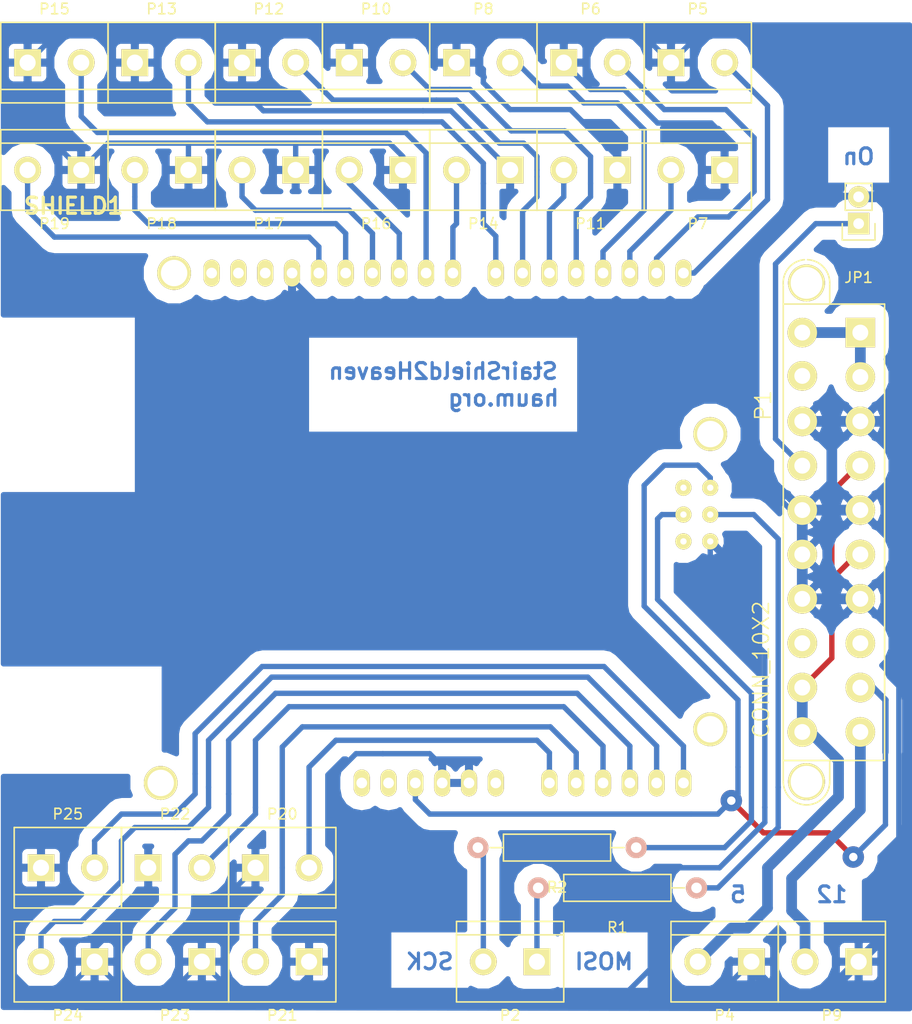
<source format=kicad_pcb>
(kicad_pcb (version 4) (host pcbnew 4.0.0-rc1-stable)

  (general
    (links 67)
    (no_connects 0)
    (area 75.349844 20.165 162.560001 118.115)
    (thickness 1.6)
    (drawings 7)
    (tracks 341)
    (zones 0)
    (modules 28)
    (nets 42)
  )

  (page A4)
  (layers
    (0 F.Cu signal)
    (31 B.Cu signal)
    (32 B.Adhes user)
    (33 F.Adhes user)
    (34 B.Paste user)
    (35 F.Paste user)
    (36 B.SilkS user)
    (37 F.SilkS user)
    (38 B.Mask user)
    (39 F.Mask user)
    (40 Dwgs.User user)
    (41 Cmts.User user)
    (42 Eco1.User user)
    (43 Eco2.User user)
    (44 Edge.Cuts user)
    (45 Margin user)
    (46 B.CrtYd user)
    (47 F.CrtYd user)
    (48 B.Fab user)
    (49 F.Fab user)
  )

  (setup
    (last_trace_width 0.508)
    (user_trace_width 0.508)
    (user_trace_width 2.032)
    (trace_clearance 0.5)
    (zone_clearance 1.27)
    (zone_45_only yes)
    (trace_min 0.254)
    (segment_width 0.2)
    (edge_width 0.15)
    (via_size 0.889)
    (via_drill 0.635)
    (via_min_size 0.889)
    (via_min_drill 0.508)
    (user_via 2.032 0.8)
    (uvia_size 0.508)
    (uvia_drill 0.127)
    (uvias_allowed no)
    (uvia_min_size 0.508)
    (uvia_min_drill 0.127)
    (pcb_text_width 0.3)
    (pcb_text_size 1.5 1.5)
    (mod_edge_width 0.15)
    (mod_text_size 1.5 1.5)
    (mod_text_width 0.15)
    (pad_size 3.2 3.2)
    (pad_drill 2.5)
    (pad_to_mask_clearance 0.2)
    (aux_axis_origin 0 0)
    (visible_elements 7FFFFFFF)
    (pcbplotparams
      (layerselection 0x00020_80000001)
      (usegerberextensions false)
      (excludeedgelayer false)
      (linewidth 0.100000)
      (plotframeref false)
      (viasonmask false)
      (mode 1)
      (useauxorigin false)
      (hpglpennumber 1)
      (hpglpenspeed 20)
      (hpglpendiameter 15)
      (hpglpenoverlay 2)
      (psnegative false)
      (psa4output false)
      (plotreference true)
      (plotvalue true)
      (plotinvisibletext false)
      (padsonsilk false)
      (subtractmaskfromsilk false)
      (outputformat 2)
      (mirror false)
      (drillshape 1)
      (scaleselection 1)
      (outputdirectory fab/))
  )

  (net 0 "")
  (net 1 /PSON)
  (net 2 GND)
  (net 3 /3V3)
  (net 4 "Net-(P1-Pad4)")
  (net 5 /5V)
  (net 6 /PG)
  (net 7 "Net-(P1-Pad16)")
  (net 8 /12V)
  (net 9 /1)
  (net 10 /2)
  (net 11 /3)
  (net 12 /4)
  (net 13 /5)
  (net 14 /6)
  (net 15 /7)
  (net 16 /8)
  (net 17 /9)
  (net 18 /10)
  (net 19 /11)
  (net 20 /12)
  (net 21 /13)
  (net 22 /14)
  (net 23 /15)
  (net 24 /16)
  (net 25 /17)
  (net 26 /18)
  (net 27 /19)
  (net 28 /20)
  (net 29 "Net-(SHIELD1-PadV_IN)")
  (net 30 "Net-(SHIELD1-Pad3V3)")
  (net 31 "Net-(SHIELD1-PadRST)")
  (net 32 "Net-(SHIELD1-PadAREF)")
  (net 33 "Net-(SHIELD1-PadSDA)")
  (net 34 "Net-(SHIELD1-PadSCL)")
  (net 35 VCC)
  (net 36 "Net-(P2-Pad1)")
  (net 37 "Net-(P2-Pad2)")
  (net 38 /MOSI)
  (net 39 /SCK)
  (net 40 /MISO)
  (net 41 /Reset)

  (net_class Default "Ceci est la Netclass par défaut"
    (clearance 0.5)
    (trace_width 0.6)
    (via_dia 0.889)
    (via_drill 0.635)
    (uvia_dia 0.508)
    (uvia_drill 0.127)
    (add_net /MISO)
    (add_net /MOSI)
    (add_net /Reset)
    (add_net /SCK)
    (add_net "Net-(P2-Pad1)")
    (add_net "Net-(P2-Pad2)")
    (add_net VCC)
  )

  (net_class piste_cmd ""
    (clearance 0.5)
    (trace_width 1.016)
    (via_dia 0.889)
    (via_drill 0.635)
    (uvia_dia 2.5)
    (uvia_drill 0.127)
    (add_net /1)
    (add_net /10)
    (add_net /11)
    (add_net /12)
    (add_net /12V)
    (add_net /13)
    (add_net /14)
    (add_net /15)
    (add_net /16)
    (add_net /17)
    (add_net /18)
    (add_net /19)
    (add_net /2)
    (add_net /20)
    (add_net /3)
    (add_net /3V3)
    (add_net /4)
    (add_net /5)
    (add_net /5V)
    (add_net /6)
    (add_net /7)
    (add_net /8)
    (add_net /9)
    (add_net /PG)
    (add_net /PSON)
    (add_net GND)
    (add_net "Net-(P1-Pad16)")
    (add_net "Net-(P1-Pad4)")
    (add_net "Net-(SHIELD1-Pad3V3)")
    (add_net "Net-(SHIELD1-PadAREF)")
    (add_net "Net-(SHIELD1-PadRST)")
    (add_net "Net-(SHIELD1-PadSCL)")
    (add_net "Net-(SHIELD1-PadSDA)")
    (add_net "Net-(SHIELD1-PadV_IN)")
  )

  (net_class piste_cmdS ""
    (clearance 0.5)
    (trace_width 0.6)
    (via_dia 0.889)
    (via_drill 0.635)
    (uvia_dia 0.508)
    (uvia_drill 0.127)
  )

  (net_class piste_pwr ""
    (clearance 0.5)
    (trace_width 2.032)
    (via_dia 0.889)
    (via_drill 0.635)
    (uvia_dia 0.508)
    (uvia_drill 0.127)
  )

  (module Pin_Headers:Pin_Header_Straight_1x02 (layer F.Cu) (tedit 54EA090C) (tstamp 561544E3)
    (at 157.48 41.91 180)
    (descr "Through hole pin header")
    (tags "pin header")
    (path /561441BD)
    (fp_text reference JP1 (at 0 -5.1 180) (layer F.SilkS)
      (effects (font (size 1 1) (thickness 0.15)))
    )
    (fp_text value JUMPER (at 0 -3.1 180) (layer F.Fab)
      (effects (font (size 1 1) (thickness 0.15)))
    )
    (fp_line (start 1.27 1.27) (end 1.27 3.81) (layer F.SilkS) (width 0.15))
    (fp_line (start 1.55 -1.55) (end 1.55 0) (layer F.SilkS) (width 0.15))
    (fp_line (start -1.75 -1.75) (end -1.75 4.3) (layer F.CrtYd) (width 0.05))
    (fp_line (start 1.75 -1.75) (end 1.75 4.3) (layer F.CrtYd) (width 0.05))
    (fp_line (start -1.75 -1.75) (end 1.75 -1.75) (layer F.CrtYd) (width 0.05))
    (fp_line (start -1.75 4.3) (end 1.75 4.3) (layer F.CrtYd) (width 0.05))
    (fp_line (start 1.27 1.27) (end -1.27 1.27) (layer F.SilkS) (width 0.15))
    (fp_line (start -1.55 0) (end -1.55 -1.55) (layer F.SilkS) (width 0.15))
    (fp_line (start -1.55 -1.55) (end 1.55 -1.55) (layer F.SilkS) (width 0.15))
    (fp_line (start -1.27 1.27) (end -1.27 3.81) (layer F.SilkS) (width 0.15))
    (fp_line (start -1.27 3.81) (end 1.27 3.81) (layer F.SilkS) (width 0.15))
    (pad 1 thru_hole rect (at 0 0 180) (size 2.032 2.032) (drill 1.016) (layers *.Cu *.Mask F.SilkS)
      (net 1 /PSON))
    (pad 2 thru_hole oval (at 0 2.54 180) (size 2.032 2.032) (drill 1.016) (layers *.Cu *.Mask F.SilkS)
      (net 2 GND))
    (model Pin_Headers.3dshapes/Pin_Header_Straight_1x02.wrl
      (at (xyz 0 -0.05 0))
      (scale (xyz 1 1 1))
      (rotate (xyz 0 0 90))
    )
  )

  (module JbLb_lib:ATX20 (layer F.Cu) (tedit 560002F9) (tstamp 561544FD)
    (at 154.94 71.12 90)
    (tags ATX)
    (path /56144C1C)
    (fp_text reference P1 (at 12 -6.5 90) (layer F.SilkS)
      (effects (font (size 1.5 1.5) (thickness 0.15)))
    )
    (fp_text value CONN_10X2 (at -13 -6.7 90) (layer F.SilkS)
      (effects (font (size 1.5 1.5) (thickness 0.15)))
    )
    (fp_line (start -23.6 -0.2) (end -21.6 -0.2) (layer F.SilkS) (width 0.15))
    (fp_line (start -21.6 -4.6) (end -23.6 -4.6) (layer F.SilkS) (width 0.15))
    (fp_arc (start -23.6 -2.4) (end -23.6 -0.2) (angle 90) (layer F.SilkS) (width 0.15))
    (fp_arc (start -23.6 -2.4) (end -25.8 -2.4) (angle 90) (layer F.SilkS) (width 0.15))
    (fp_line (start 23.5 -0.2) (end 21.6 -0.2) (layer F.SilkS) (width 0.15))
    (fp_line (start 23.4 -4.6) (end 21.6 -4.6) (layer F.SilkS) (width 0.15))
    (fp_arc (start 23.6 -2.4) (end 25.8 -2.3) (angle 90) (layer F.SilkS) (width 0.15))
    (fp_arc (start 23.6 -2.4) (end 23.4 -4.6) (angle 90) (layer F.SilkS) (width 0.15))
    (fp_line (start -21.6 5) (end 21.6 5) (layer F.SilkS) (width 0.15))
    (fp_line (start 0 -4.6) (end 21.6 -4.6) (layer F.SilkS) (width 0.15))
    (fp_line (start 21.6 -4.6) (end 21.6 5) (layer F.SilkS) (width 0.15))
    (fp_line (start -21.6 5) (end -21.6 -4.6) (layer F.SilkS) (width 0.15))
    (fp_line (start -21.6 -4.6) (end 0 -4.6) (layer F.SilkS) (width 0.15))
    (pad 1 thru_hole rect (at 18.9 2.7 90) (size 2.8 2.8) (drill 1.5) (layers *.Cu *.Mask F.SilkS)
      (net 3 /3V3))
    (pad 2 thru_hole circle (at 18.9 -2.8 90) (size 2.8 2.8) (drill 1.5) (layers *.Cu *.Mask F.SilkS)
      (net 3 /3V3))
    (pad 3 thru_hole circle (at 14.7 2.7 90) (size 2.8 2.8) (drill 1.5) (layers *.Cu *.Mask F.SilkS)
      (net 3 /3V3))
    (pad 4 thru_hole circle (at 14.8 -2.8 90) (size 2.8 2.8) (drill 1.5) (layers *.Cu *.Mask F.SilkS)
      (net 4 "Net-(P1-Pad4)"))
    (pad 5 thru_hole circle (at 10.5 2.7 90) (size 2.8 2.8) (drill 1.5) (layers *.Cu *.Mask F.SilkS)
      (net 2 GND))
    (pad 6 thru_hole circle (at 10.5 -2.8 90) (size 2.8 2.8) (drill 1.5) (layers *.Cu *.Mask F.SilkS)
      (net 2 GND))
    (pad 7 thru_hole circle (at 6.3 2.7 90) (size 2.8 2.8) (drill 1.5) (layers *.Cu *.Mask F.SilkS)
      (net 5 /5V))
    (pad 8 thru_hole circle (at 6.3 -2.8 90) (size 2.8 2.8) (drill 1.5) (layers *.Cu *.Mask F.SilkS)
      (net 1 /PSON))
    (pad 9 thru_hole circle (at 2.1 2.7 90) (size 2.8 2.8) (drill 1.5) (layers *.Cu *.Mask F.SilkS)
      (net 2 GND))
    (pad 10 thru_hole circle (at 2.1 -2.8 90) (size 2.8 2.8) (drill 1.5) (layers *.Cu *.Mask F.SilkS)
      (net 2 GND))
    (pad 11 thru_hole circle (at -2.1 2.7 90) (size 2.8 2.8) (drill 1.5) (layers *.Cu *.Mask F.SilkS)
      (net 5 /5V))
    (pad 12 thru_hole circle (at -2.1 -2.8 90) (size 2.8 2.8) (drill 1.5) (layers *.Cu *.Mask F.SilkS)
      (net 2 GND))
    (pad 13 thru_hole circle (at -6.3 2.7 90) (size 2.8 2.8) (drill 1.5) (layers *.Cu *.Mask F.SilkS)
      (net 2 GND))
    (pad 14 thru_hole circle (at -6.3 -2.8 90) (size 2.8 2.8) (drill 1.5) (layers *.Cu *.Mask F.SilkS)
      (net 2 GND))
    (pad 15 thru_hole circle (at -10.5 2.7 90) (size 2.8 2.8) (drill 1.5) (layers *.Cu *.Mask F.SilkS)
      (net 6 /PG))
    (pad 16 thru_hole circle (at -10.5 -2.8 90) (size 2.8 2.8) (drill 1.5) (layers *.Cu *.Mask F.SilkS)
      (net 7 "Net-(P1-Pad16)"))
    (pad 17 thru_hole circle (at -14.7 2.7 90) (size 2.8 2.8) (drill 1.5) (layers *.Cu *.Mask F.SilkS)
      (net 35 VCC))
    (pad 18 thru_hole circle (at -14.7 -2.8 90) (size 2.8 2.8) (drill 1.5) (layers *.Cu *.Mask F.SilkS)
      (net 5 /5V))
    (pad 19 thru_hole circle (at -18.9 2.7 90) (size 2.8 2.8) (drill 1.5) (layers *.Cu *.Mask F.SilkS)
      (net 8 /12V))
    (pad 20 thru_hole circle (at -18.9 -2.8 90) (size 2.8 2.8) (drill 1.5) (layers *.Cu *.Mask F.SilkS)
      (net 5 /5V))
    (pad 21 thru_hole circle (at 23.6 -2.4 90) (size 3.5 3.5) (drill 3) (layers *.Cu *.Mask F.SilkS))
    (pad 22 thru_hole circle (at -23.6 -2.4 90) (size 3.5 3.5) (drill 3) (layers *.Cu *.Mask F.SilkS))
  )

  (module Connect:bornier2 (layer F.Cu) (tedit 5615446B) (tstamp 56154503)
    (at 124.46 111.76 180)
    (descr "Bornier d'alimentation 2 pins")
    (tags DEV)
    (path /5614A0FA)
    (fp_text reference P2 (at 0 -5.08 180) (layer F.SilkS)
      (effects (font (size 1 1) (thickness 0.15)))
    )
    (fp_text value LED1 (at 0 5.08 180) (layer F.Fab)
      (effects (font (size 1 1) (thickness 0.15)))
    )
    (fp_line (start 5.08 2.54) (end -5.08 2.54) (layer F.SilkS) (width 0.15))
    (fp_line (start 5.08 3.81) (end 5.08 -3.81) (layer F.SilkS) (width 0.15))
    (fp_line (start 5.08 -3.81) (end -5.08 -3.81) (layer F.SilkS) (width 0.15))
    (fp_line (start -5.08 -3.81) (end -5.08 3.81) (layer F.SilkS) (width 0.15))
    (fp_line (start -5.08 3.81) (end 5.08 3.81) (layer F.SilkS) (width 0.15))
    (pad 1 thru_hole rect (at -2.54 0 180) (size 2.54 2.54) (drill 1.524) (layers *.Cu *.Mask F.SilkS)
      (net 36 "Net-(P2-Pad1)"))
    (pad 2 thru_hole circle (at 2.54 0 180) (size 2.54 2.54) (drill 1.524) (layers *.Cu *.Mask F.SilkS)
      (net 37 "Net-(P2-Pad2)"))
    (model Connect.3dshapes/bornier2.wrl
      (at (xyz 0 0 0))
      (scale (xyz 1 1 1))
      (rotate (xyz 0 0 0))
    )
  )

  (module Connect:bornier2 (layer F.Cu) (tedit 5615446B) (tstamp 5615450F)
    (at 144.78 111.76 180)
    (descr "Bornier d'alimentation 2 pins")
    (tags DEV)
    (path /56144C11)
    (fp_text reference P4 (at 0 -5.08 180) (layer F.SilkS)
      (effects (font (size 1 1) (thickness 0.15)))
    )
    (fp_text value 5V (at 0 5.08 180) (layer F.Fab)
      (effects (font (size 1 1) (thickness 0.15)))
    )
    (fp_line (start 5.08 2.54) (end -5.08 2.54) (layer F.SilkS) (width 0.15))
    (fp_line (start 5.08 3.81) (end 5.08 -3.81) (layer F.SilkS) (width 0.15))
    (fp_line (start 5.08 -3.81) (end -5.08 -3.81) (layer F.SilkS) (width 0.15))
    (fp_line (start -5.08 -3.81) (end -5.08 3.81) (layer F.SilkS) (width 0.15))
    (fp_line (start -5.08 3.81) (end 5.08 3.81) (layer F.SilkS) (width 0.15))
    (pad 1 thru_hole rect (at -2.54 0 180) (size 2.54 2.54) (drill 1.524) (layers *.Cu *.Mask F.SilkS)
      (net 2 GND))
    (pad 2 thru_hole circle (at 2.54 0 180) (size 2.54 2.54) (drill 1.524) (layers *.Cu *.Mask F.SilkS)
      (net 5 /5V))
    (model Connect.3dshapes/bornier2.wrl
      (at (xyz 0 0 0))
      (scale (xyz 1 1 1))
      (rotate (xyz 0 0 0))
    )
  )

  (module Connect:bornier2 (layer F.Cu) (tedit 5615446B) (tstamp 56154515)
    (at 142.24 26.67)
    (descr "Bornier d'alimentation 2 pins")
    (tags DEV)
    (path /561503DA)
    (fp_text reference P5 (at 0 -5.08) (layer F.SilkS)
      (effects (font (size 1 1) (thickness 0.15)))
    )
    (fp_text value 1 (at 0 5.08) (layer F.Fab)
      (effects (font (size 1 1) (thickness 0.15)))
    )
    (fp_line (start 5.08 2.54) (end -5.08 2.54) (layer F.SilkS) (width 0.15))
    (fp_line (start 5.08 3.81) (end 5.08 -3.81) (layer F.SilkS) (width 0.15))
    (fp_line (start 5.08 -3.81) (end -5.08 -3.81) (layer F.SilkS) (width 0.15))
    (fp_line (start -5.08 -3.81) (end -5.08 3.81) (layer F.SilkS) (width 0.15))
    (fp_line (start -5.08 3.81) (end 5.08 3.81) (layer F.SilkS) (width 0.15))
    (pad 1 thru_hole rect (at -2.54 0) (size 2.54 2.54) (drill 1.524) (layers *.Cu *.Mask F.SilkS)
      (net 2 GND))
    (pad 2 thru_hole circle (at 2.54 0) (size 2.54 2.54) (drill 1.524) (layers *.Cu *.Mask F.SilkS)
      (net 9 /1))
    (model Connect.3dshapes/bornier2.wrl
      (at (xyz 0 0 0))
      (scale (xyz 1 1 1))
      (rotate (xyz 0 0 0))
    )
  )

  (module Connect:bornier2 (layer F.Cu) (tedit 5615446B) (tstamp 5615451B)
    (at 132.08 26.67)
    (descr "Bornier d'alimentation 2 pins")
    (tags DEV)
    (path /561503E0)
    (fp_text reference P6 (at 0 -5.08) (layer F.SilkS)
      (effects (font (size 1 1) (thickness 0.15)))
    )
    (fp_text value 2 (at 0 5.08) (layer F.Fab)
      (effects (font (size 1 1) (thickness 0.15)))
    )
    (fp_line (start 5.08 2.54) (end -5.08 2.54) (layer F.SilkS) (width 0.15))
    (fp_line (start 5.08 3.81) (end 5.08 -3.81) (layer F.SilkS) (width 0.15))
    (fp_line (start 5.08 -3.81) (end -5.08 -3.81) (layer F.SilkS) (width 0.15))
    (fp_line (start -5.08 -3.81) (end -5.08 3.81) (layer F.SilkS) (width 0.15))
    (fp_line (start -5.08 3.81) (end 5.08 3.81) (layer F.SilkS) (width 0.15))
    (pad 1 thru_hole rect (at -2.54 0) (size 2.54 2.54) (drill 1.524) (layers *.Cu *.Mask F.SilkS)
      (net 2 GND))
    (pad 2 thru_hole circle (at 2.54 0) (size 2.54 2.54) (drill 1.524) (layers *.Cu *.Mask F.SilkS)
      (net 10 /2))
    (model Connect.3dshapes/bornier2.wrl
      (at (xyz 0 0 0))
      (scale (xyz 1 1 1))
      (rotate (xyz 0 0 0))
    )
  )

  (module Connect:bornier2 (layer F.Cu) (tedit 5615446B) (tstamp 56154521)
    (at 142.24 36.83 180)
    (descr "Bornier d'alimentation 2 pins")
    (tags DEV)
    (path /561503E6)
    (fp_text reference P7 (at 0 -5.08 180) (layer F.SilkS)
      (effects (font (size 1 1) (thickness 0.15)))
    )
    (fp_text value 3 (at 0 5.08 180) (layer F.Fab)
      (effects (font (size 1 1) (thickness 0.15)))
    )
    (fp_line (start 5.08 2.54) (end -5.08 2.54) (layer F.SilkS) (width 0.15))
    (fp_line (start 5.08 3.81) (end 5.08 -3.81) (layer F.SilkS) (width 0.15))
    (fp_line (start 5.08 -3.81) (end -5.08 -3.81) (layer F.SilkS) (width 0.15))
    (fp_line (start -5.08 -3.81) (end -5.08 3.81) (layer F.SilkS) (width 0.15))
    (fp_line (start -5.08 3.81) (end 5.08 3.81) (layer F.SilkS) (width 0.15))
    (pad 1 thru_hole rect (at -2.54 0 180) (size 2.54 2.54) (drill 1.524) (layers *.Cu *.Mask F.SilkS)
      (net 2 GND))
    (pad 2 thru_hole circle (at 2.54 0 180) (size 2.54 2.54) (drill 1.524) (layers *.Cu *.Mask F.SilkS)
      (net 11 /3))
    (model Connect.3dshapes/bornier2.wrl
      (at (xyz 0 0 0))
      (scale (xyz 1 1 1))
      (rotate (xyz 0 0 0))
    )
  )

  (module Connect:bornier2 (layer F.Cu) (tedit 5615446B) (tstamp 56154527)
    (at 121.92 26.67)
    (descr "Bornier d'alimentation 2 pins")
    (tags DEV)
    (path /561503EC)
    (fp_text reference P8 (at 0 -5.08) (layer F.SilkS)
      (effects (font (size 1 1) (thickness 0.15)))
    )
    (fp_text value 4 (at 0 5.08) (layer F.Fab)
      (effects (font (size 1 1) (thickness 0.15)))
    )
    (fp_line (start 5.08 2.54) (end -5.08 2.54) (layer F.SilkS) (width 0.15))
    (fp_line (start 5.08 3.81) (end 5.08 -3.81) (layer F.SilkS) (width 0.15))
    (fp_line (start 5.08 -3.81) (end -5.08 -3.81) (layer F.SilkS) (width 0.15))
    (fp_line (start -5.08 -3.81) (end -5.08 3.81) (layer F.SilkS) (width 0.15))
    (fp_line (start -5.08 3.81) (end 5.08 3.81) (layer F.SilkS) (width 0.15))
    (pad 1 thru_hole rect (at -2.54 0) (size 2.54 2.54) (drill 1.524) (layers *.Cu *.Mask F.SilkS)
      (net 2 GND))
    (pad 2 thru_hole circle (at 2.54 0) (size 2.54 2.54) (drill 1.524) (layers *.Cu *.Mask F.SilkS)
      (net 12 /4))
    (model Connect.3dshapes/bornier2.wrl
      (at (xyz 0 0 0))
      (scale (xyz 1 1 1))
      (rotate (xyz 0 0 0))
    )
  )

  (module Connect:bornier2 (layer F.Cu) (tedit 5615446B) (tstamp 5615452D)
    (at 154.94 111.76 180)
    (descr "Bornier d'alimentation 2 pins")
    (tags DEV)
    (path /56144C12)
    (fp_text reference P9 (at 0 -5.08 180) (layer F.SilkS)
      (effects (font (size 1 1) (thickness 0.15)))
    )
    (fp_text value 12V (at 0 5.08 180) (layer F.Fab)
      (effects (font (size 1 1) (thickness 0.15)))
    )
    (fp_line (start 5.08 2.54) (end -5.08 2.54) (layer F.SilkS) (width 0.15))
    (fp_line (start 5.08 3.81) (end 5.08 -3.81) (layer F.SilkS) (width 0.15))
    (fp_line (start 5.08 -3.81) (end -5.08 -3.81) (layer F.SilkS) (width 0.15))
    (fp_line (start -5.08 -3.81) (end -5.08 3.81) (layer F.SilkS) (width 0.15))
    (fp_line (start -5.08 3.81) (end 5.08 3.81) (layer F.SilkS) (width 0.15))
    (pad 1 thru_hole rect (at -2.54 0 180) (size 2.54 2.54) (drill 1.524) (layers *.Cu *.Mask F.SilkS)
      (net 2 GND))
    (pad 2 thru_hole circle (at 2.54 0 180) (size 2.54 2.54) (drill 1.524) (layers *.Cu *.Mask F.SilkS)
      (net 8 /12V))
    (model Connect.3dshapes/bornier2.wrl
      (at (xyz 0 0 0))
      (scale (xyz 1 1 1))
      (rotate (xyz 0 0 0))
    )
  )

  (module Connect:bornier2 (layer F.Cu) (tedit 5615446B) (tstamp 56154533)
    (at 111.76 26.67)
    (descr "Bornier d'alimentation 2 pins")
    (tags DEV)
    (path /561501E7)
    (fp_text reference P10 (at 0 -5.08) (layer F.SilkS)
      (effects (font (size 1 1) (thickness 0.15)))
    )
    (fp_text value 5 (at 0 5.08) (layer F.Fab)
      (effects (font (size 1 1) (thickness 0.15)))
    )
    (fp_line (start 5.08 2.54) (end -5.08 2.54) (layer F.SilkS) (width 0.15))
    (fp_line (start 5.08 3.81) (end 5.08 -3.81) (layer F.SilkS) (width 0.15))
    (fp_line (start 5.08 -3.81) (end -5.08 -3.81) (layer F.SilkS) (width 0.15))
    (fp_line (start -5.08 -3.81) (end -5.08 3.81) (layer F.SilkS) (width 0.15))
    (fp_line (start -5.08 3.81) (end 5.08 3.81) (layer F.SilkS) (width 0.15))
    (pad 1 thru_hole rect (at -2.54 0) (size 2.54 2.54) (drill 1.524) (layers *.Cu *.Mask F.SilkS)
      (net 2 GND))
    (pad 2 thru_hole circle (at 2.54 0) (size 2.54 2.54) (drill 1.524) (layers *.Cu *.Mask F.SilkS)
      (net 13 /5))
    (model Connect.3dshapes/bornier2.wrl
      (at (xyz 0 0 0))
      (scale (xyz 1 1 1))
      (rotate (xyz 0 0 0))
    )
  )

  (module Connect:bornier2 (layer F.Cu) (tedit 5615446B) (tstamp 56154539)
    (at 132.08 36.83 180)
    (descr "Bornier d'alimentation 2 pins")
    (tags DEV)
    (path /561501ED)
    (fp_text reference P11 (at 0 -5.08 180) (layer F.SilkS)
      (effects (font (size 1 1) (thickness 0.15)))
    )
    (fp_text value 6 (at 0 5.08 180) (layer F.Fab)
      (effects (font (size 1 1) (thickness 0.15)))
    )
    (fp_line (start 5.08 2.54) (end -5.08 2.54) (layer F.SilkS) (width 0.15))
    (fp_line (start 5.08 3.81) (end 5.08 -3.81) (layer F.SilkS) (width 0.15))
    (fp_line (start 5.08 -3.81) (end -5.08 -3.81) (layer F.SilkS) (width 0.15))
    (fp_line (start -5.08 -3.81) (end -5.08 3.81) (layer F.SilkS) (width 0.15))
    (fp_line (start -5.08 3.81) (end 5.08 3.81) (layer F.SilkS) (width 0.15))
    (pad 1 thru_hole rect (at -2.54 0 180) (size 2.54 2.54) (drill 1.524) (layers *.Cu *.Mask F.SilkS)
      (net 2 GND))
    (pad 2 thru_hole circle (at 2.54 0 180) (size 2.54 2.54) (drill 1.524) (layers *.Cu *.Mask F.SilkS)
      (net 14 /6))
    (model Connect.3dshapes/bornier2.wrl
      (at (xyz 0 0 0))
      (scale (xyz 1 1 1))
      (rotate (xyz 0 0 0))
    )
  )

  (module Connect:bornier2 (layer F.Cu) (tedit 5615446B) (tstamp 5615453F)
    (at 101.6 26.67)
    (descr "Bornier d'alimentation 2 pins")
    (tags DEV)
    (path /561501F3)
    (fp_text reference P12 (at 0 -5.08) (layer F.SilkS)
      (effects (font (size 1 1) (thickness 0.15)))
    )
    (fp_text value 7 (at 0 5.08) (layer F.Fab)
      (effects (font (size 1 1) (thickness 0.15)))
    )
    (fp_line (start 5.08 2.54) (end -5.08 2.54) (layer F.SilkS) (width 0.15))
    (fp_line (start 5.08 3.81) (end 5.08 -3.81) (layer F.SilkS) (width 0.15))
    (fp_line (start 5.08 -3.81) (end -5.08 -3.81) (layer F.SilkS) (width 0.15))
    (fp_line (start -5.08 -3.81) (end -5.08 3.81) (layer F.SilkS) (width 0.15))
    (fp_line (start -5.08 3.81) (end 5.08 3.81) (layer F.SilkS) (width 0.15))
    (pad 1 thru_hole rect (at -2.54 0) (size 2.54 2.54) (drill 1.524) (layers *.Cu *.Mask F.SilkS)
      (net 2 GND))
    (pad 2 thru_hole circle (at 2.54 0) (size 2.54 2.54) (drill 1.524) (layers *.Cu *.Mask F.SilkS)
      (net 15 /7))
    (model Connect.3dshapes/bornier2.wrl
      (at (xyz 0 0 0))
      (scale (xyz 1 1 1))
      (rotate (xyz 0 0 0))
    )
  )

  (module Connect:bornier2 (layer F.Cu) (tedit 5615446B) (tstamp 56154545)
    (at 91.44 26.67)
    (descr "Bornier d'alimentation 2 pins")
    (tags DEV)
    (path /561501F9)
    (fp_text reference P13 (at 0 -5.08) (layer F.SilkS)
      (effects (font (size 1 1) (thickness 0.15)))
    )
    (fp_text value 8 (at 0 5.08) (layer F.Fab)
      (effects (font (size 1 1) (thickness 0.15)))
    )
    (fp_line (start 5.08 2.54) (end -5.08 2.54) (layer F.SilkS) (width 0.15))
    (fp_line (start 5.08 3.81) (end 5.08 -3.81) (layer F.SilkS) (width 0.15))
    (fp_line (start 5.08 -3.81) (end -5.08 -3.81) (layer F.SilkS) (width 0.15))
    (fp_line (start -5.08 -3.81) (end -5.08 3.81) (layer F.SilkS) (width 0.15))
    (fp_line (start -5.08 3.81) (end 5.08 3.81) (layer F.SilkS) (width 0.15))
    (pad 1 thru_hole rect (at -2.54 0) (size 2.54 2.54) (drill 1.524) (layers *.Cu *.Mask F.SilkS)
      (net 2 GND))
    (pad 2 thru_hole circle (at 2.54 0) (size 2.54 2.54) (drill 1.524) (layers *.Cu *.Mask F.SilkS)
      (net 16 /8))
    (model Connect.3dshapes/bornier2.wrl
      (at (xyz 0 0 0))
      (scale (xyz 1 1 1))
      (rotate (xyz 0 0 0))
    )
  )

  (module Connect:bornier2 (layer F.Cu) (tedit 5615446B) (tstamp 5615454B)
    (at 121.92 36.83 180)
    (descr "Bornier d'alimentation 2 pins")
    (tags DEV)
    (path /561501BA)
    (fp_text reference P14 (at 0 -5.08 180) (layer F.SilkS)
      (effects (font (size 1 1) (thickness 0.15)))
    )
    (fp_text value 9 (at 0 5.08 180) (layer F.Fab)
      (effects (font (size 1 1) (thickness 0.15)))
    )
    (fp_line (start 5.08 2.54) (end -5.08 2.54) (layer F.SilkS) (width 0.15))
    (fp_line (start 5.08 3.81) (end 5.08 -3.81) (layer F.SilkS) (width 0.15))
    (fp_line (start 5.08 -3.81) (end -5.08 -3.81) (layer F.SilkS) (width 0.15))
    (fp_line (start -5.08 -3.81) (end -5.08 3.81) (layer F.SilkS) (width 0.15))
    (fp_line (start -5.08 3.81) (end 5.08 3.81) (layer F.SilkS) (width 0.15))
    (pad 1 thru_hole rect (at -2.54 0 180) (size 2.54 2.54) (drill 1.524) (layers *.Cu *.Mask F.SilkS)
      (net 2 GND))
    (pad 2 thru_hole circle (at 2.54 0 180) (size 2.54 2.54) (drill 1.524) (layers *.Cu *.Mask F.SilkS)
      (net 17 /9))
    (model Connect.3dshapes/bornier2.wrl
      (at (xyz 0 0 0))
      (scale (xyz 1 1 1))
      (rotate (xyz 0 0 0))
    )
  )

  (module Connect:bornier2 (layer F.Cu) (tedit 5615446B) (tstamp 56154551)
    (at 81.28 26.67)
    (descr "Bornier d'alimentation 2 pins")
    (tags DEV)
    (path /561501C0)
    (fp_text reference P15 (at 0 -5.08) (layer F.SilkS)
      (effects (font (size 1 1) (thickness 0.15)))
    )
    (fp_text value 10 (at 0 5.08) (layer F.Fab)
      (effects (font (size 1 1) (thickness 0.15)))
    )
    (fp_line (start 5.08 2.54) (end -5.08 2.54) (layer F.SilkS) (width 0.15))
    (fp_line (start 5.08 3.81) (end 5.08 -3.81) (layer F.SilkS) (width 0.15))
    (fp_line (start 5.08 -3.81) (end -5.08 -3.81) (layer F.SilkS) (width 0.15))
    (fp_line (start -5.08 -3.81) (end -5.08 3.81) (layer F.SilkS) (width 0.15))
    (fp_line (start -5.08 3.81) (end 5.08 3.81) (layer F.SilkS) (width 0.15))
    (pad 1 thru_hole rect (at -2.54 0) (size 2.54 2.54) (drill 1.524) (layers *.Cu *.Mask F.SilkS)
      (net 2 GND))
    (pad 2 thru_hole circle (at 2.54 0) (size 2.54 2.54) (drill 1.524) (layers *.Cu *.Mask F.SilkS)
      (net 18 /10))
    (model Connect.3dshapes/bornier2.wrl
      (at (xyz 0 0 0))
      (scale (xyz 1 1 1))
      (rotate (xyz 0 0 0))
    )
  )

  (module Connect:bornier2 (layer F.Cu) (tedit 5615446B) (tstamp 56154557)
    (at 111.76 36.83 180)
    (descr "Bornier d'alimentation 2 pins")
    (tags DEV)
    (path /561501C6)
    (fp_text reference P16 (at 0 -5.08 180) (layer F.SilkS)
      (effects (font (size 1 1) (thickness 0.15)))
    )
    (fp_text value 11 (at 0 5.08 180) (layer F.Fab)
      (effects (font (size 1 1) (thickness 0.15)))
    )
    (fp_line (start 5.08 2.54) (end -5.08 2.54) (layer F.SilkS) (width 0.15))
    (fp_line (start 5.08 3.81) (end 5.08 -3.81) (layer F.SilkS) (width 0.15))
    (fp_line (start 5.08 -3.81) (end -5.08 -3.81) (layer F.SilkS) (width 0.15))
    (fp_line (start -5.08 -3.81) (end -5.08 3.81) (layer F.SilkS) (width 0.15))
    (fp_line (start -5.08 3.81) (end 5.08 3.81) (layer F.SilkS) (width 0.15))
    (pad 1 thru_hole rect (at -2.54 0 180) (size 2.54 2.54) (drill 1.524) (layers *.Cu *.Mask F.SilkS)
      (net 2 GND))
    (pad 2 thru_hole circle (at 2.54 0 180) (size 2.54 2.54) (drill 1.524) (layers *.Cu *.Mask F.SilkS)
      (net 19 /11))
    (model Connect.3dshapes/bornier2.wrl
      (at (xyz 0 0 0))
      (scale (xyz 1 1 1))
      (rotate (xyz 0 0 0))
    )
  )

  (module Connect:bornier2 (layer F.Cu) (tedit 5615446B) (tstamp 5615455D)
    (at 101.6 36.83 180)
    (descr "Bornier d'alimentation 2 pins")
    (tags DEV)
    (path /561501CC)
    (fp_text reference P17 (at 0 -5.08 180) (layer F.SilkS)
      (effects (font (size 1 1) (thickness 0.15)))
    )
    (fp_text value 12 (at 0 5.08 180) (layer F.Fab)
      (effects (font (size 1 1) (thickness 0.15)))
    )
    (fp_line (start 5.08 2.54) (end -5.08 2.54) (layer F.SilkS) (width 0.15))
    (fp_line (start 5.08 3.81) (end 5.08 -3.81) (layer F.SilkS) (width 0.15))
    (fp_line (start 5.08 -3.81) (end -5.08 -3.81) (layer F.SilkS) (width 0.15))
    (fp_line (start -5.08 -3.81) (end -5.08 3.81) (layer F.SilkS) (width 0.15))
    (fp_line (start -5.08 3.81) (end 5.08 3.81) (layer F.SilkS) (width 0.15))
    (pad 1 thru_hole rect (at -2.54 0 180) (size 2.54 2.54) (drill 1.524) (layers *.Cu *.Mask F.SilkS)
      (net 2 GND))
    (pad 2 thru_hole circle (at 2.54 0 180) (size 2.54 2.54) (drill 1.524) (layers *.Cu *.Mask F.SilkS)
      (net 20 /12))
    (model Connect.3dshapes/bornier2.wrl
      (at (xyz 0 0 0))
      (scale (xyz 1 1 1))
      (rotate (xyz 0 0 0))
    )
  )

  (module Connect:bornier2 (layer F.Cu) (tedit 5615446B) (tstamp 56154563)
    (at 91.44 36.83 180)
    (descr "Bornier d'alimentation 2 pins")
    (tags DEV)
    (path /5614ED0E)
    (fp_text reference P18 (at 0 -5.08 180) (layer F.SilkS)
      (effects (font (size 1 1) (thickness 0.15)))
    )
    (fp_text value 13 (at 0 5.08 180) (layer F.Fab)
      (effects (font (size 1 1) (thickness 0.15)))
    )
    (fp_line (start 5.08 2.54) (end -5.08 2.54) (layer F.SilkS) (width 0.15))
    (fp_line (start 5.08 3.81) (end 5.08 -3.81) (layer F.SilkS) (width 0.15))
    (fp_line (start 5.08 -3.81) (end -5.08 -3.81) (layer F.SilkS) (width 0.15))
    (fp_line (start -5.08 -3.81) (end -5.08 3.81) (layer F.SilkS) (width 0.15))
    (fp_line (start -5.08 3.81) (end 5.08 3.81) (layer F.SilkS) (width 0.15))
    (pad 1 thru_hole rect (at -2.54 0 180) (size 2.54 2.54) (drill 1.524) (layers *.Cu *.Mask F.SilkS)
      (net 2 GND))
    (pad 2 thru_hole circle (at 2.54 0 180) (size 2.54 2.54) (drill 1.524) (layers *.Cu *.Mask F.SilkS)
      (net 21 /13))
    (model Connect.3dshapes/bornier2.wrl
      (at (xyz 0 0 0))
      (scale (xyz 1 1 1))
      (rotate (xyz 0 0 0))
    )
  )

  (module Connect:bornier2 (layer F.Cu) (tedit 5615446B) (tstamp 56154569)
    (at 81.28 36.83 180)
    (descr "Bornier d'alimentation 2 pins")
    (tags DEV)
    (path /5614ED14)
    (fp_text reference P19 (at 0 -5.08 180) (layer F.SilkS)
      (effects (font (size 1 1) (thickness 0.15)))
    )
    (fp_text value 14 (at 0 5.08 180) (layer F.Fab)
      (effects (font (size 1 1) (thickness 0.15)))
    )
    (fp_line (start 5.08 2.54) (end -5.08 2.54) (layer F.SilkS) (width 0.15))
    (fp_line (start 5.08 3.81) (end 5.08 -3.81) (layer F.SilkS) (width 0.15))
    (fp_line (start 5.08 -3.81) (end -5.08 -3.81) (layer F.SilkS) (width 0.15))
    (fp_line (start -5.08 -3.81) (end -5.08 3.81) (layer F.SilkS) (width 0.15))
    (fp_line (start -5.08 3.81) (end 5.08 3.81) (layer F.SilkS) (width 0.15))
    (pad 1 thru_hole rect (at -2.54 0 180) (size 2.54 2.54) (drill 1.524) (layers *.Cu *.Mask F.SilkS)
      (net 2 GND))
    (pad 2 thru_hole circle (at 2.54 0 180) (size 2.54 2.54) (drill 1.524) (layers *.Cu *.Mask F.SilkS)
      (net 22 /14))
    (model Connect.3dshapes/bornier2.wrl
      (at (xyz 0 0 0))
      (scale (xyz 1 1 1))
      (rotate (xyz 0 0 0))
    )
  )

  (module Connect:bornier2 (layer F.Cu) (tedit 5615446B) (tstamp 5615456F)
    (at 102.87 102.87)
    (descr "Bornier d'alimentation 2 pins")
    (tags DEV)
    (path /5614ED1A)
    (fp_text reference P20 (at 0 -5.08) (layer F.SilkS)
      (effects (font (size 1 1) (thickness 0.15)))
    )
    (fp_text value 15 (at 0 5.08) (layer F.Fab)
      (effects (font (size 1 1) (thickness 0.15)))
    )
    (fp_line (start 5.08 2.54) (end -5.08 2.54) (layer F.SilkS) (width 0.15))
    (fp_line (start 5.08 3.81) (end 5.08 -3.81) (layer F.SilkS) (width 0.15))
    (fp_line (start 5.08 -3.81) (end -5.08 -3.81) (layer F.SilkS) (width 0.15))
    (fp_line (start -5.08 -3.81) (end -5.08 3.81) (layer F.SilkS) (width 0.15))
    (fp_line (start -5.08 3.81) (end 5.08 3.81) (layer F.SilkS) (width 0.15))
    (pad 1 thru_hole rect (at -2.54 0) (size 2.54 2.54) (drill 1.524) (layers *.Cu *.Mask F.SilkS)
      (net 2 GND))
    (pad 2 thru_hole circle (at 2.54 0) (size 2.54 2.54) (drill 1.524) (layers *.Cu *.Mask F.SilkS)
      (net 23 /15))
    (model Connect.3dshapes/bornier2.wrl
      (at (xyz 0 0 0))
      (scale (xyz 1 1 1))
      (rotate (xyz 0 0 0))
    )
  )

  (module Connect:bornier2 (layer F.Cu) (tedit 5615446B) (tstamp 56154575)
    (at 102.87 111.76 180)
    (descr "Bornier d'alimentation 2 pins")
    (tags DEV)
    (path /5614ED20)
    (fp_text reference P21 (at 0 -5.08 180) (layer F.SilkS)
      (effects (font (size 1 1) (thickness 0.15)))
    )
    (fp_text value 16 (at 0 5.08 180) (layer F.Fab)
      (effects (font (size 1 1) (thickness 0.15)))
    )
    (fp_line (start 5.08 2.54) (end -5.08 2.54) (layer F.SilkS) (width 0.15))
    (fp_line (start 5.08 3.81) (end 5.08 -3.81) (layer F.SilkS) (width 0.15))
    (fp_line (start 5.08 -3.81) (end -5.08 -3.81) (layer F.SilkS) (width 0.15))
    (fp_line (start -5.08 -3.81) (end -5.08 3.81) (layer F.SilkS) (width 0.15))
    (fp_line (start -5.08 3.81) (end 5.08 3.81) (layer F.SilkS) (width 0.15))
    (pad 1 thru_hole rect (at -2.54 0 180) (size 2.54 2.54) (drill 1.524) (layers *.Cu *.Mask F.SilkS)
      (net 2 GND))
    (pad 2 thru_hole circle (at 2.54 0 180) (size 2.54 2.54) (drill 1.524) (layers *.Cu *.Mask F.SilkS)
      (net 24 /16))
    (model Connect.3dshapes/bornier2.wrl
      (at (xyz 0 0 0))
      (scale (xyz 1 1 1))
      (rotate (xyz 0 0 0))
    )
  )

  (module Connect:bornier2 (layer F.Cu) (tedit 5615446B) (tstamp 5615457B)
    (at 92.71 102.87)
    (descr "Bornier d'alimentation 2 pins")
    (tags DEV)
    (path /561438F4)
    (fp_text reference P22 (at 0 -5.08) (layer F.SilkS)
      (effects (font (size 1 1) (thickness 0.15)))
    )
    (fp_text value 17 (at 0 5.08) (layer F.Fab)
      (effects (font (size 1 1) (thickness 0.15)))
    )
    (fp_line (start 5.08 2.54) (end -5.08 2.54) (layer F.SilkS) (width 0.15))
    (fp_line (start 5.08 3.81) (end 5.08 -3.81) (layer F.SilkS) (width 0.15))
    (fp_line (start 5.08 -3.81) (end -5.08 -3.81) (layer F.SilkS) (width 0.15))
    (fp_line (start -5.08 -3.81) (end -5.08 3.81) (layer F.SilkS) (width 0.15))
    (fp_line (start -5.08 3.81) (end 5.08 3.81) (layer F.SilkS) (width 0.15))
    (pad 1 thru_hole rect (at -2.54 0) (size 2.54 2.54) (drill 1.524) (layers *.Cu *.Mask F.SilkS)
      (net 2 GND))
    (pad 2 thru_hole circle (at 2.54 0) (size 2.54 2.54) (drill 1.524) (layers *.Cu *.Mask F.SilkS)
      (net 25 /17))
    (model Connect.3dshapes/bornier2.wrl
      (at (xyz 0 0 0))
      (scale (xyz 1 1 1))
      (rotate (xyz 0 0 0))
    )
  )

  (module Connect:bornier2 (layer F.Cu) (tedit 5615446B) (tstamp 56154581)
    (at 92.71 111.76 180)
    (descr "Bornier d'alimentation 2 pins")
    (tags DEV)
    (path /56143B04)
    (fp_text reference P23 (at 0 -5.08 180) (layer F.SilkS)
      (effects (font (size 1 1) (thickness 0.15)))
    )
    (fp_text value 18 (at 0 5.08 180) (layer F.Fab)
      (effects (font (size 1 1) (thickness 0.15)))
    )
    (fp_line (start 5.08 2.54) (end -5.08 2.54) (layer F.SilkS) (width 0.15))
    (fp_line (start 5.08 3.81) (end 5.08 -3.81) (layer F.SilkS) (width 0.15))
    (fp_line (start 5.08 -3.81) (end -5.08 -3.81) (layer F.SilkS) (width 0.15))
    (fp_line (start -5.08 -3.81) (end -5.08 3.81) (layer F.SilkS) (width 0.15))
    (fp_line (start -5.08 3.81) (end 5.08 3.81) (layer F.SilkS) (width 0.15))
    (pad 1 thru_hole rect (at -2.54 0 180) (size 2.54 2.54) (drill 1.524) (layers *.Cu *.Mask F.SilkS)
      (net 2 GND))
    (pad 2 thru_hole circle (at 2.54 0 180) (size 2.54 2.54) (drill 1.524) (layers *.Cu *.Mask F.SilkS)
      (net 26 /18))
    (model Connect.3dshapes/bornier2.wrl
      (at (xyz 0 0 0))
      (scale (xyz 1 1 1))
      (rotate (xyz 0 0 0))
    )
  )

  (module Connect:bornier2 (layer F.Cu) (tedit 5615446B) (tstamp 56154587)
    (at 82.55 111.76 180)
    (descr "Bornier d'alimentation 2 pins")
    (tags DEV)
    (path /56143B0A)
    (fp_text reference P24 (at 0 -5.08 180) (layer F.SilkS)
      (effects (font (size 1 1) (thickness 0.15)))
    )
    (fp_text value 19 (at 0 5.08 180) (layer F.Fab)
      (effects (font (size 1 1) (thickness 0.15)))
    )
    (fp_line (start 5.08 2.54) (end -5.08 2.54) (layer F.SilkS) (width 0.15))
    (fp_line (start 5.08 3.81) (end 5.08 -3.81) (layer F.SilkS) (width 0.15))
    (fp_line (start 5.08 -3.81) (end -5.08 -3.81) (layer F.SilkS) (width 0.15))
    (fp_line (start -5.08 -3.81) (end -5.08 3.81) (layer F.SilkS) (width 0.15))
    (fp_line (start -5.08 3.81) (end 5.08 3.81) (layer F.SilkS) (width 0.15))
    (pad 1 thru_hole rect (at -2.54 0 180) (size 2.54 2.54) (drill 1.524) (layers *.Cu *.Mask F.SilkS)
      (net 2 GND))
    (pad 2 thru_hole circle (at 2.54 0 180) (size 2.54 2.54) (drill 1.524) (layers *.Cu *.Mask F.SilkS)
      (net 27 /19))
    (model Connect.3dshapes/bornier2.wrl
      (at (xyz 0 0 0))
      (scale (xyz 1 1 1))
      (rotate (xyz 0 0 0))
    )
  )

  (module Connect:bornier2 (layer F.Cu) (tedit 5615446B) (tstamp 5615458D)
    (at 82.55 102.87)
    (descr "Bornier d'alimentation 2 pins")
    (tags DEV)
    (path /56143B10)
    (fp_text reference P25 (at 0 -5.08) (layer F.SilkS)
      (effects (font (size 1 1) (thickness 0.15)))
    )
    (fp_text value 20 (at 0 5.08) (layer F.Fab)
      (effects (font (size 1 1) (thickness 0.15)))
    )
    (fp_line (start 5.08 2.54) (end -5.08 2.54) (layer F.SilkS) (width 0.15))
    (fp_line (start 5.08 3.81) (end 5.08 -3.81) (layer F.SilkS) (width 0.15))
    (fp_line (start 5.08 -3.81) (end -5.08 -3.81) (layer F.SilkS) (width 0.15))
    (fp_line (start -5.08 -3.81) (end -5.08 3.81) (layer F.SilkS) (width 0.15))
    (fp_line (start -5.08 3.81) (end 5.08 3.81) (layer F.SilkS) (width 0.15))
    (pad 1 thru_hole rect (at -2.54 0) (size 2.54 2.54) (drill 1.524) (layers *.Cu *.Mask F.SilkS)
      (net 2 GND))
    (pad 2 thru_hole circle (at 2.54 0) (size 2.54 2.54) (drill 1.524) (layers *.Cu *.Mask F.SilkS)
      (net 28 /20))
    (model Connect.3dshapes/bornier2.wrl
      (at (xyz 0 0 0))
      (scale (xyz 1 1 1))
      (rotate (xyz 0 0 0))
    )
  )

  (module haum_libs:ARDUINO_SHIELD_R3 (layer F.Cu) (tedit 561629AA) (tstamp 561545B5)
    (at 77.3811 97.3836)
    (tags Arduino)
    (path /56142E35)
    (fp_text reference SHIELD1 (at 5.715 -57.15) (layer F.SilkS)
      (effects (font (thickness 0.3048)))
    )
    (fp_text value ARDUINO_SHIELD_R3 (at 10.16 -54.61) (layer F.SilkS) hide
      (effects (font (thickness 0.3048)))
    )
    (fp_line (start 0 -44.45) (end 10.16 -44.45) (layer Dwgs.User) (width 0.381))
    (fp_line (start 10.16 -44.45) (end 10.16 -31.75) (layer Dwgs.User) (width 0.381))
    (fp_line (start 10.16 -31.75) (end 0 -31.75) (layer Dwgs.User) (width 0.381))
    (fp_line (start 12.7 -4.318) (end 0 -4.318) (layer Dwgs.User) (width 0.381))
    (fp_line (start 0 -12.7) (end 12.7 -12.7) (layer Dwgs.User) (width 0.381))
    (fp_line (start 12.7 -12.7) (end 12.7 -4.572) (layer Dwgs.User) (width 0.381))
    (fp_circle (center 13.97 -2.54) (end 16.002 -1.524) (layer Dwgs.User) (width 0.381))
    (fp_circle (center 15.24 -50.8) (end 16.764 -49.276) (layer Dwgs.User) (width 0.381))
    (fp_circle (center 66.04 -7.62) (end 67.31 -6.096) (layer Dwgs.User) (width 0.381))
    (fp_circle (center 66.04 -35.56) (end 67.31 -34.036) (layer Dwgs.User) (width 0.381))
    (fp_line (start 66.04 -40.64) (end 66.04 -52.07) (layer Dwgs.User) (width 0.381))
    (fp_line (start 66.04 -52.07) (end 64.77 -53.34) (layer Dwgs.User) (width 0.381))
    (fp_line (start 64.77 -53.34) (end 0 -53.34) (layer Dwgs.User) (width 0.381))
    (fp_line (start 66.04 0) (end 0 0) (layer Dwgs.User) (width 0.381))
    (fp_line (start 0 0) (end 0 -53.34) (layer Dwgs.User) (width 0.381))
    (fp_line (start 66.04 -40.64) (end 68.58 -38.1) (layer Dwgs.User) (width 0.381))
    (fp_line (start 68.58 -38.1) (end 68.58 -5.08) (layer Dwgs.User) (width 0.381))
    (fp_line (start 68.58 -5.08) (end 66.04 -2.54) (layer Dwgs.User) (width 0.381))
    (fp_line (start 66.04 -2.54) (end 66.04 0) (layer Dwgs.User) (width 0.381))
    (pad AD5 thru_hole oval (at 63.5 -2.54 90) (size 2.54 1.524) (drill 1.016) (layers *.Cu *.Mask F.SilkS)
      (net 28 /20))
    (pad AD4 thru_hole oval (at 60.96 -2.54 90) (size 2.54 1.524) (drill 1.016) (layers *.Cu *.Mask F.SilkS)
      (net 27 /19))
    (pad AD3 thru_hole oval (at 58.42 -2.54 90) (size 2.54 1.524) (drill 1.016) (layers *.Cu *.Mask F.SilkS)
      (net 26 /18))
    (pad AD0 thru_hole oval (at 50.8 -2.54 90) (size 2.54 1.524) (drill 1.016) (layers *.Cu *.Mask F.SilkS)
      (net 23 /15))
    (pad AD1 thru_hole oval (at 53.34 -2.54 90) (size 2.54 1.524) (drill 1.016) (layers *.Cu *.Mask F.SilkS)
      (net 24 /16))
    (pad AD2 thru_hole oval (at 55.88 -2.54 90) (size 2.54 1.524) (drill 1.016) (layers *.Cu *.Mask F.SilkS)
      (net 25 /17))
    (pad V_IN thru_hole oval (at 45.72 -2.54 90) (size 2.54 1.524) (drill 1.016) (layers *.Cu *.Mask F.SilkS)
      (net 29 "Net-(SHIELD1-PadV_IN)"))
    (pad GND2 thru_hole oval (at 43.18 -2.54 90) (size 2.54 1.524) (drill 1.016) (layers *.Cu *.Mask F.SilkS)
      (net 2 GND))
    (pad GND1 thru_hole oval (at 40.64 -2.54 90) (size 2.54 1.524) (drill 1.016) (layers *.Cu *.Mask F.SilkS)
      (net 2 GND))
    (pad 3V3 thru_hole oval (at 35.56 -2.54 90) (size 2.54 1.524) (drill 1.016) (layers *.Cu *.Mask F.SilkS)
      (net 30 "Net-(SHIELD1-Pad3V3)"))
    (pad RST thru_hole oval (at 33.02 -2.54 90) (size 2.54 1.524) (drill 1.016) (layers *.Cu *.Mask F.SilkS)
      (net 31 "Net-(SHIELD1-PadRST)"))
    (pad 0 thru_hole oval (at 63.5 -50.8 90) (size 2.54 1.524) (drill 1.016) (layers *.Cu *.Mask F.SilkS)
      (net 9 /1))
    (pad 1 thru_hole oval (at 60.96 -50.8 90) (size 2.54 1.524) (drill 1.016) (layers *.Cu *.Mask F.SilkS)
      (net 10 /2))
    (pad 2 thru_hole oval (at 58.42 -50.8 90) (size 2.54 1.524) (drill 1.016) (layers *.Cu *.Mask F.SilkS)
      (net 11 /3))
    (pad 3 thru_hole oval (at 55.88 -50.8 90) (size 2.54 1.524) (drill 1.016) (layers *.Cu *.Mask F.SilkS)
      (net 12 /4))
    (pad 4 thru_hole oval (at 53.34 -50.8 90) (size 2.54 1.524) (drill 1.016) (layers *.Cu *.Mask F.SilkS)
      (net 13 /5))
    (pad 5 thru_hole oval (at 50.8 -50.8 90) (size 2.54 1.524) (drill 1.016) (layers *.Cu *.Mask F.SilkS)
      (net 14 /6))
    (pad 6 thru_hole oval (at 48.26 -50.8 90) (size 2.54 1.524) (drill 1.016) (layers *.Cu *.Mask F.SilkS)
      (net 15 /7))
    (pad 7 thru_hole oval (at 45.72 -50.8 90) (size 2.54 1.524) (drill 1.016) (layers *.Cu *.Mask F.SilkS)
      (net 16 /8))
    (pad 8 thru_hole oval (at 41.656 -50.8 90) (size 2.54 1.524) (drill 1.016) (layers *.Cu *.Mask F.SilkS)
      (net 17 /9))
    (pad 9 thru_hole oval (at 39.116 -50.8 90) (size 2.54 1.524) (drill 1.016) (layers *.Cu *.Mask F.SilkS)
      (net 18 /10))
    (pad 10 thru_hole oval (at 36.576 -50.8 90) (size 2.54 1.524) (drill 1.016) (layers *.Cu *.Mask F.SilkS)
      (net 19 /11))
    (pad 11 thru_hole oval (at 34.036 -50.8 90) (size 2.54 1.524) (drill 1.016) (layers *.Cu *.Mask F.SilkS)
      (net 20 /12))
    (pad 12 thru_hole oval (at 31.496 -50.8 90) (size 2.54 1.524) (drill 1.016) (layers *.Cu *.Mask F.SilkS)
      (net 21 /13))
    (pad 13 thru_hole oval (at 28.956 -50.8 90) (size 2.54 1.524) (drill 1.016) (layers *.Cu *.Mask F.SilkS)
      (net 22 /14))
    (pad GND3 thru_hole oval (at 26.416 -50.8 90) (size 2.54 1.524) (drill 1.016) (layers *.Cu *.Mask F.SilkS)
      (net 2 GND))
    (pad AREF thru_hole oval (at 23.876 -50.8 90) (size 2.54 1.524) (drill 1.016) (layers *.Cu *.Mask F.SilkS)
      (net 32 "Net-(SHIELD1-PadAREF)"))
    (pad 5V thru_hole oval (at 38.1 -2.54 90) (size 2.54 1.524) (drill 1.016) (layers *.Cu *.Mask F.SilkS)
      (net 35 VCC))
    (pad _MIS thru_hole circle (at 63.5 -30.48) (size 1.524 1.524) (drill 0.6) (layers *.Cu *.Mask F.SilkS)
      (net 40 /MISO))
    (pad _5V thru_hole circle (at 66.04 -30.48) (size 1.524 1.524) (drill 0.6) (layers *.Cu *.Mask F.SilkS)
      (net 35 VCC))
    (pad _MOS thru_hole circle (at 66.04 -27.94) (size 1.524 1.524) (drill 0.6) (layers *.Cu *.Mask F.SilkS)
      (net 38 /MOSI))
    (pad _SCK thru_hole circle (at 63.5 -27.94) (size 1.524 1.524) (drill 0.6) (layers *.Cu *.Mask F.SilkS)
      (net 39 /SCK))
    (pad _RST thru_hole circle (at 63.5 -25.4) (size 1.524 1.524) (drill 0.6) (layers *.Cu *.Mask F.SilkS)
      (net 41 /Reset))
    (pad _GND thru_hole circle (at 66.04 -25.4) (size 1.524 1.524) (drill 0.6) (layers *.Cu *.Mask F.SilkS)
      (net 2 GND))
    (pad SDA thru_hole oval (at 21.336 -50.8 90) (size 2.54 1.524) (drill 1.016) (layers *.Cu *.Mask F.SilkS)
      (net 33 "Net-(SHIELD1-PadSDA)"))
    (pad SCL thru_hole oval (at 18.796 -50.8 90) (size 2.54 1.524) (drill 1.016) (layers *.Cu *.Mask F.SilkS)
      (net 34 "Net-(SHIELD1-PadSCL)"))
    (pad Fix1 thru_hole circle (at 13.97 -2.54) (size 3.2 3.2) (drill 2.5) (layers *.Cu *.Mask F.SilkS))
    (pad Fix2 thru_hole circle (at 66.04 -7.62) (size 3.2 3.2) (drill 2.5) (layers *.Cu *.Mask F.SilkS))
    (pad Fix3 thru_hole circle (at 66.04 -35.56) (size 3.2 3.2) (drill 2.5) (layers *.Cu *.Mask F.SilkS))
    (pad Fix4 thru_hole circle (at 15.24 -50.8) (size 3.2 3.2) (drill 2.5) (layers *.Cu *.Mask F.SilkS))
  )

  (module Resistors_ThroughHole:Resistor_Horizontal_RM15mm (layer F.Cu) (tedit 53F56292) (tstamp 5616CB80)
    (at 134.62 104.775 180)
    (descr "Resistor, Axial, RM 15mm,")
    (tags "Resistor, Axial, RM 15mm,")
    (path /5616E874)
    (fp_text reference R1 (at 0 -3.74904 180) (layer F.SilkS)
      (effects (font (size 1 1) (thickness 0.15)))
    )
    (fp_text value R (at 0 4.0005 180) (layer F.Fab)
      (effects (font (size 1 1) (thickness 0.15)))
    )
    (fp_line (start -5.08 -1.27) (end -5.08 1.27) (layer F.SilkS) (width 0.15))
    (fp_line (start -5.08 1.27) (end 5.08 1.27) (layer F.SilkS) (width 0.15))
    (fp_line (start 5.08 1.27) (end 5.08 -1.27) (layer F.SilkS) (width 0.15))
    (fp_line (start 5.08 -1.27) (end -5.08 -1.27) (layer F.SilkS) (width 0.15))
    (fp_line (start 6.35 0) (end 5.08 0) (layer F.SilkS) (width 0.15))
    (fp_line (start -6.35 0) (end -5.08 0) (layer F.SilkS) (width 0.15))
    (pad 1 thru_hole circle (at -7.5 0 180) (size 1.99898 1.99898) (drill 1.00076) (layers *.Cu *.SilkS *.Mask)
      (net 38 /MOSI))
    (pad 2 thru_hole circle (at 7.5 0 180) (size 1.99898 1.99898) (drill 1.00076) (layers *.Cu *.SilkS *.Mask)
      (net 36 "Net-(P2-Pad1)"))
    (model Resistors_ThroughHole.3dshapes/Resistor_Horizontal_RM15mm.wrl
      (at (xyz 0 0 0))
      (scale (xyz 0.4 0.4 0.4))
      (rotate (xyz 0 0 0))
    )
  )

  (module Resistors_ThroughHole:Resistor_Horizontal_RM15mm (layer F.Cu) (tedit 53F56292) (tstamp 5616CB86)
    (at 128.905 100.965 180)
    (descr "Resistor, Axial, RM 15mm,")
    (tags "Resistor, Axial, RM 15mm,")
    (path /5616E5E3)
    (fp_text reference R2 (at 0 -3.74904 180) (layer F.SilkS)
      (effects (font (size 1 1) (thickness 0.15)))
    )
    (fp_text value R (at 0 4.0005 180) (layer F.Fab)
      (effects (font (size 1 1) (thickness 0.15)))
    )
    (fp_line (start -5.08 -1.27) (end -5.08 1.27) (layer F.SilkS) (width 0.15))
    (fp_line (start -5.08 1.27) (end 5.08 1.27) (layer F.SilkS) (width 0.15))
    (fp_line (start 5.08 1.27) (end 5.08 -1.27) (layer F.SilkS) (width 0.15))
    (fp_line (start 5.08 -1.27) (end -5.08 -1.27) (layer F.SilkS) (width 0.15))
    (fp_line (start 6.35 0) (end 5.08 0) (layer F.SilkS) (width 0.15))
    (fp_line (start -6.35 0) (end -5.08 0) (layer F.SilkS) (width 0.15))
    (pad 1 thru_hole circle (at -7.5 0 180) (size 1.99898 1.99898) (drill 1.00076) (layers *.Cu *.SilkS *.Mask)
      (net 39 /SCK))
    (pad 2 thru_hole circle (at 7.5 0 180) (size 1.99898 1.99898) (drill 1.00076) (layers *.Cu *.SilkS *.Mask)
      (net 37 "Net-(P2-Pad2)"))
    (model Resistors_ThroughHole.3dshapes/Resistor_Horizontal_RM15mm.wrl
      (at (xyz 0 0 0))
      (scale (xyz 0.4 0.4 0.4))
      (rotate (xyz 0 0 0))
    )
  )

  (gr_text On (at 157.48 35.56) (layer B.Cu)
    (effects (font (size 1.5 1.5) (thickness 0.3)) (justify mirror))
  )
  (gr_text 5 (at 146.05 105.41) (layer B.Cu)
    (effects (font (size 1.5 1.5) (thickness 0.3)) (justify mirror))
  )
  (gr_text "12\n" (at 154.94 105.41) (layer B.Cu)
    (effects (font (size 1.5 1.5) (thickness 0.3)) (justify mirror))
  )
  (gr_text MOSI (at 133.35 111.76) (layer B.Cu)
    (effects (font (size 1.5 1.5) (thickness 0.3)) (justify mirror))
  )
  (gr_text SCK (at 116.84 111.76) (layer B.Cu)
    (effects (font (size 1.5 1.5) (thickness 0.3)) (justify mirror))
  )
  (gr_text "haum.org\n" (at 123.825 58.42) (layer B.Cu)
    (effects (font (size 1.5 1.5) (thickness 0.3)) (justify mirror))
  )
  (gr_text StairShield2Heaven (at 118.11 55.88) (layer B.Cu)
    (effects (font (size 1.5 1.5) (thickness 0.3)) (justify mirror))
  )

  (segment (start 157.48 41.91) (end 153.416 41.91) (width 0.508) (layer B.Cu) (net 1))
  (segment (start 149.606 62.286) (end 152.14 64.82) (width 0.508) (layer B.Cu) (net 1) (tstamp 5616E8EE))
  (segment (start 149.606 45.72) (end 149.606 62.286) (width 0.508) (layer B.Cu) (net 1) (tstamp 5616E8EB))
  (segment (start 153.416 41.91) (end 149.606 45.72) (width 0.508) (layer B.Cu) (net 1) (tstamp 5616E8E8))
  (segment (start 161.29 84.455) (end 161.29 107.95) (width 0.508) (layer B.Cu) (net 2))
  (segment (start 157.48 39.37) (end 152.146 39.37) (width 0.508) (layer B.Cu) (net 2))
  (segment (start 152.146 39.37) (end 142.24 49.276) (width 0.508) (layer B.Cu) (net 2) (tstamp 5616E8C6))
  (segment (start 103.7971 46.5836) (end 103.7971 47.1551) (width 0.508) (layer B.Cu) (net 2))
  (segment (start 103.7971 47.1551) (end 105.918 49.276) (width 0.508) (layer B.Cu) (net 2) (tstamp 5616E876))
  (segment (start 105.918 49.276) (end 142.24 49.276) (width 0.508) (layer B.Cu) (net 2) (tstamp 5616E87C))
  (segment (start 147.066 54.102) (end 147.066 65.024) (width 0.508) (layer B.Cu) (net 2) (tstamp 5616E880))
  (segment (start 151.062 69.02) (end 147.066 65.024) (width 0.508) (layer B.Cu) (net 2) (tstamp 5616E837))
  (segment (start 142.24 49.276) (end 147.066 54.102) (width 0.508) (layer B.Cu) (net 2) (tstamp 5616E87E))
  (segment (start 152.14 69.02) (end 151.062 69.02) (width 0.508) (layer B.Cu) (net 2))
  (segment (start 159.725 60.62) (end 159.725 60.665) (width 1.016) (layer B.Cu) (net 2))
  (segment (start 159.725 60.665) (end 161.29 62.23) (width 1.016) (layer B.Cu) (net 2) (tstamp 5616E7B5))
  (segment (start 161.29 62.23) (end 161.29 84.455) (width 1.016) (layer B.Cu) (net 2) (tstamp 5616E7B8))
  (segment (start 148.59 24.13) (end 155.575 24.13) (width 0.508) (layer B.Cu) (net 2))
  (segment (start 160.655 38.1) (end 159.385 39.37) (width 0.508) (layer B.Cu) (net 2) (tstamp 5616E62A))
  (segment (start 160.655 29.21) (end 160.655 38.1) (width 0.508) (layer B.Cu) (net 2) (tstamp 5616E628))
  (segment (start 155.575 24.13) (end 160.655 29.21) (width 0.508) (layer B.Cu) (net 2) (tstamp 5616E625))
  (segment (start 148.59 97.155) (end 148.59 98.58053) (width 0.508) (layer B.Cu) (net 2))
  (segment (start 144.30053 102.87) (end 140.335 102.87) (width 0.508) (layer B.Cu) (net 2) (tstamp 5616E56B))
  (segment (start 148.59 98.58053) (end 144.30053 102.87) (width 0.508) (layer B.Cu) (net 2) (tstamp 5616E56A))
  (segment (start 105.41 111.76) (end 109.855 111.76) (width 0.508) (layer B.Cu) (net 2))
  (segment (start 135.255 114.935) (end 137.795 112.395) (width 0.508) (layer B.Cu) (net 2) (tstamp 5616E518))
  (segment (start 113.03 114.935) (end 135.255 114.935) (width 0.508) (layer B.Cu) (net 2) (tstamp 5616E515))
  (segment (start 109.855 111.76) (end 113.03 114.935) (width 0.508) (layer B.Cu) (net 2) (tstamp 5616E514))
  (segment (start 143.4211 71.9836) (end 143.4211 77.3811) (width 0.508) (layer B.Cu) (net 2))
  (segment (start 143.4211 77.3811) (end 148.59 82.55) (width 0.508) (layer B.Cu) (net 2) (tstamp 5616E4EA))
  (segment (start 148.59 82.55) (end 148.59 97.155) (width 0.508) (layer B.Cu) (net 2) (tstamp 5616E4EC))
  (segment (start 140.335 102.87) (end 137.795 105.41) (width 0.508) (layer B.Cu) (net 2) (tstamp 5616E4F2))
  (segment (start 137.795 105.41) (end 137.795 112.395) (width 0.508) (layer B.Cu) (net 2) (tstamp 5616E4F4))
  (segment (start 144.78 114.3) (end 147.32 111.76) (width 0.508) (layer B.Cu) (net 2) (tstamp 5616E4F9))
  (segment (start 137.795 112.395) (end 139.7 114.3) (width 0.508) (layer B.Cu) (net 2) (tstamp 5616E4F6))
  (segment (start 139.7 114.3) (end 144.78 114.3) (width 0.508) (layer B.Cu) (net 2) (tstamp 5616E4F8))
  (segment (start 147.32 111.76) (end 147.32 112.395) (width 1.016) (layer B.Cu) (net 2))
  (segment (start 147.32 112.395) (end 149.86 114.935) (width 1.016) (layer B.Cu) (net 2) (tstamp 5616E3B6))
  (segment (start 149.86 114.935) (end 154.305 114.935) (width 1.016) (layer B.Cu) (net 2) (tstamp 5616E3BD))
  (segment (start 154.305 114.935) (end 157.48 111.76) (width 1.016) (layer B.Cu) (net 2) (tstamp 5616E3BE))
  (segment (start 161.29 107.95) (end 157.48 111.76) (width 1.016) (layer B.Cu) (net 2) (tstamp 5616EA24))
  (segment (start 112.395 92.075) (end 109.855 92.075) (width 0.508) (layer B.Cu) (net 2))
  (segment (start 109.855 92.075) (end 107.95 93.98) (width 0.508) (layer B.Cu) (net 2) (tstamp 5616E286))
  (segment (start 118.0211 94.8436) (end 118.0211 93.2561) (width 0.508) (layer B.Cu) (net 2))
  (segment (start 107.95 105.41) (end 105.41 107.95) (width 0.508) (layer B.Cu) (net 2) (tstamp 5616E280))
  (segment (start 107.95 93.98) (end 107.95 105.41) (width 0.508) (layer B.Cu) (net 2) (tstamp 5616E289))
  (segment (start 116.84 92.075) (end 112.395 92.075) (width 0.508) (layer B.Cu) (net 2) (tstamp 5616E27D))
  (segment (start 118.0211 93.2561) (end 116.84 92.075) (width 0.508) (layer B.Cu) (net 2) (tstamp 5616E27C))
  (segment (start 154.94 69.02) (end 154.94 60.62) (width 1.016) (layer B.Cu) (net 2))
  (segment (start 154.94 60.62) (end 154.94 60.96) (width 1.016) (layer B.Cu) (net 2) (tstamp 5616DF4B))
  (segment (start 154.94 60.96) (end 154.94 60.62) (width 1.016) (layer B.Cu) (net 2) (tstamp 5616DF4D))
  (segment (start 152.14 73.22) (end 152.14 77.42) (width 1.016) (layer B.Cu) (net 2))
  (segment (start 152.14 77.42) (end 157.64 77.42) (width 1.016) (layer B.Cu) (net 2) (tstamp 5616DEFD))
  (segment (start 152.14 73.22) (end 152.14 69.02) (width 1.016) (layer B.Cu) (net 2))
  (segment (start 157.64 69.02) (end 154.94 69.02) (width 1.016) (layer B.Cu) (net 2))
  (segment (start 154.94 69.02) (end 152.14 69.02) (width 1.016) (layer B.Cu) (net 2) (tstamp 5616DF49))
  (segment (start 157.64 60.62) (end 159.725 60.62) (width 1.016) (layer B.Cu) (net 2))
  (segment (start 159.385 39.37) (end 157.48 39.37) (width 1.016) (layer B.Cu) (net 2) (tstamp 5616DED2))
  (segment (start 161.29 41.275) (end 159.385 39.37) (width 1.016) (layer B.Cu) (net 2) (tstamp 5616DED0))
  (segment (start 161.29 59.055) (end 161.29 41.275) (width 1.016) (layer B.Cu) (net 2) (tstamp 5616DECF))
  (segment (start 159.725 60.62) (end 161.29 59.055) (width 1.016) (layer B.Cu) (net 2) (tstamp 5616DECD))
  (segment (start 157.64 60.62) (end 154.94 60.62) (width 1.016) (layer B.Cu) (net 2))
  (segment (start 154.94 60.62) (end 152.14 60.62) (width 1.016) (layer B.Cu) (net 2) (tstamp 5616DF4E))
  (segment (start 148.59 24.13) (end 142.24 24.13) (width 0.508) (layer B.Cu) (net 2) (tstamp 5616DE43))
  (segment (start 142.24 24.13) (end 139.7 26.67) (width 0.508) (layer B.Cu) (net 2) (tstamp 5616DE45))
  (segment (start 134.62 36.83) (end 134.62 35.56) (width 0.508) (layer B.Cu) (net 2))
  (segment (start 134.62 35.56) (end 130.175 31.115) (width 0.508) (layer B.Cu) (net 2) (tstamp 5616DE31))
  (segment (start 130.175 31.115) (end 124.46 31.115) (width 0.508) (layer B.Cu) (net 2) (tstamp 5616DE32))
  (segment (start 124.46 31.115) (end 121.92 28.575) (width 0.508) (layer B.Cu) (net 2) (tstamp 5616DE34))
  (segment (start 121.92 28.575) (end 121.92 27.305) (width 0.508) (layer B.Cu) (net 2) (tstamp 5616DE36))
  (segment (start 121.92 27.305) (end 121.285 26.67) (width 0.508) (layer B.Cu) (net 2) (tstamp 5616DE37))
  (segment (start 121.285 26.67) (end 119.38 26.67) (width 0.508) (layer B.Cu) (net 2) (tstamp 5616DE38))
  (segment (start 116.205 31.226004) (end 118.856004 31.226004) (width 0.508) (layer B.Cu) (net 2))
  (segment (start 118.856004 31.226004) (end 124.46 36.83) (width 0.508) (layer B.Cu) (net 2) (tstamp 5616DE10))
  (segment (start 144.78 36.83) (end 144.78 33.655) (width 0.508) (layer B.Cu) (net 2))
  (segment (start 132.08 29.21) (end 129.54 26.67) (width 0.508) (layer B.Cu) (net 2) (tstamp 5616DD99))
  (segment (start 135.255 29.21) (end 132.08 29.21) (width 0.508) (layer B.Cu) (net 2) (tstamp 5616DD97))
  (segment (start 138.43 32.385) (end 135.255 29.21) (width 0.508) (layer B.Cu) (net 2) (tstamp 5616DD95))
  (segment (start 143.51 32.385) (end 138.43 32.385) (width 0.508) (layer B.Cu) (net 2) (tstamp 5616DD93))
  (segment (start 144.78 33.655) (end 143.51 32.385) (width 0.508) (layer B.Cu) (net 2) (tstamp 5616DD91))
  (segment (start 99.06 29.21) (end 99.06 26.67) (width 0.508) (layer B.Cu) (net 2) (tstamp 5616DD3F))
  (segment (start 101.076004 31.226004) (end 99.06 29.21) (width 0.508) (layer B.Cu) (net 2) (tstamp 5616DD3E))
  (segment (start 116.205 31.226004) (end 101.076004 31.226004) (width 0.508) (layer B.Cu) (net 2) (tstamp 5616DE0E))
  (segment (start 88.9 26.67) (end 88.9 24.13) (width 0.508) (layer B.Cu) (net 2))
  (segment (start 99.06 26.67) (end 99.06 24.13) (width 0.508) (layer B.Cu) (net 2))
  (segment (start 109.22 26.67) (end 109.22 24.13) (width 0.508) (layer B.Cu) (net 2))
  (segment (start 119.38 26.67) (end 119.38 24.13) (width 0.508) (layer B.Cu) (net 2))
  (segment (start 129.54 26.67) (end 129.54 24.13) (width 0.508) (layer B.Cu) (net 2))
  (segment (start 78.74 26.67) (end 81.28 24.13) (width 0.508) (layer B.Cu) (net 2))
  (segment (start 137.16 24.13) (end 139.7 26.67) (width 0.508) (layer B.Cu) (net 2) (tstamp 5616DC2A))
  (segment (start 81.28 24.13) (end 88.9 24.13) (width 0.508) (layer B.Cu) (net 2) (tstamp 5616DC29))
  (segment (start 88.9 24.13) (end 99.06 24.13) (width 0.508) (layer B.Cu) (net 2) (tstamp 5616DC42))
  (segment (start 99.06 24.13) (end 109.22 24.13) (width 0.508) (layer B.Cu) (net 2) (tstamp 5616DC3E))
  (segment (start 109.22 24.13) (end 119.38 24.13) (width 0.508) (layer B.Cu) (net 2) (tstamp 5616DC3A))
  (segment (start 119.38 24.13) (end 129.54 24.13) (width 0.508) (layer B.Cu) (net 2) (tstamp 5616DC36))
  (segment (start 129.54 24.13) (end 137.16 24.13) (width 0.508) (layer B.Cu) (net 2) (tstamp 5616DC32))
  (segment (start 78.74 26.67) (end 78.74 31.75) (width 0.508) (layer B.Cu) (net 2))
  (segment (start 78.74 31.75) (end 83.82 36.83) (width 0.508) (layer B.Cu) (net 2) (tstamp 5616DC24))
  (segment (start 104.14 36.83) (end 104.14 34.29) (width 0.508) (layer B.Cu) (net 2))
  (segment (start 93.98 34.29) (end 104.14 34.29) (width 0.508) (layer B.Cu) (net 2))
  (segment (start 104.14 34.29) (end 113.03 34.29) (width 0.508) (layer B.Cu) (net 2) (tstamp 5616DA7B))
  (segment (start 93.98 36.83) (end 93.98 34.29) (width 0.508) (layer B.Cu) (net 2))
  (segment (start 93.98 34.29) (end 86.36 34.29) (width 0.508) (layer B.Cu) (net 2) (tstamp 5616DA70))
  (segment (start 83.82 36.83) (end 86.36 34.29) (width 0.508) (layer B.Cu) (net 2))
  (segment (start 114.3 35.56) (end 113.03 34.29) (width 0.508) (layer B.Cu) (net 2))
  (segment (start 105.41 111.76) (end 105.41 107.95) (width 0.508) (layer B.Cu) (net 2))
  (segment (start 118.0211 94.8436) (end 120.5611 94.8436) (width 0.508) (layer B.Cu) (net 2) (tstamp 5616D7A9))
  (segment (start 80.01 102.87) (end 80.01 105.41) (width 0.508) (layer B.Cu) (net 2))
  (segment (start 82.55 114.3) (end 85.09 111.76) (width 0.508) (layer B.Cu) (net 2) (tstamp 5616D793))
  (segment (start 78.74 114.3) (end 82.55 114.3) (width 0.508) (layer B.Cu) (net 2) (tstamp 5616D792))
  (segment (start 77.47 113.03) (end 78.74 114.3) (width 0.508) (layer B.Cu) (net 2) (tstamp 5616D791))
  (segment (start 77.47 107.95) (end 77.47 113.03) (width 0.508) (layer B.Cu) (net 2) (tstamp 5616D78F))
  (segment (start 80.01 105.41) (end 77.47 107.95) (width 0.508) (layer B.Cu) (net 2) (tstamp 5616D78D))
  (segment (start 85.09 111.76) (end 87.63 114.3) (width 0.508) (layer B.Cu) (net 2))
  (segment (start 92.71 114.3) (end 95.25 111.76) (width 0.508) (layer B.Cu) (net 2) (tstamp 5616D789))
  (segment (start 87.63 114.3) (end 92.71 114.3) (width 0.508) (layer B.Cu) (net 2) (tstamp 5616D788))
  (segment (start 105.41 111.76) (end 105.41 113.03) (width 0.508) (layer B.Cu) (net 2))
  (segment (start 105.41 113.03) (end 104.14 114.3) (width 0.508) (layer B.Cu) (net 2) (tstamp 5616D782))
  (segment (start 97.79 114.3) (end 95.25 111.76) (width 0.508) (layer B.Cu) (net 2) (tstamp 5616D784))
  (segment (start 104.14 114.3) (end 97.79 114.3) (width 0.508) (layer B.Cu) (net 2) (tstamp 5616D783))
  (segment (start 95.25 111.76) (end 95.25 107.95) (width 0.508) (layer B.Cu) (net 2))
  (segment (start 95.25 107.95) (end 100.33 102.87) (width 0.508) (layer B.Cu) (net 2) (tstamp 5616D77E))
  (segment (start 85.09 111.76) (end 85.09 110.49) (width 0.508) (layer B.Cu) (net 2))
  (segment (start 85.09 110.49) (end 90.17 105.41) (width 0.508) (layer B.Cu) (net 2) (tstamp 5616D777))
  (segment (start 90.17 105.41) (end 90.17 102.87) (width 0.508) (layer B.Cu) (net 2) (tstamp 5616D77A))
  (segment (start 157.64 52.22) (end 152.14 52.22) (width 1.016) (layer B.Cu) (net 3))
  (segment (start 157.64 56.42) (end 157.64 52.22) (width 1.016) (layer B.Cu) (net 3))
  (segment (start 155.575 93.98) (end 155.575 96.139) (width 1.016) (layer B.Cu) (net 5))
  (segment (start 148.844 106.68) (end 146.939 108.585) (width 1.016) (layer B.Cu) (net 5) (tstamp 5616E915))
  (segment (start 148.844 102.87) (end 148.844 106.68) (width 1.016) (layer B.Cu) (net 5) (tstamp 5616E913))
  (segment (start 155.575 96.139) (end 148.844 102.87) (width 1.016) (layer B.Cu) (net 5) (tstamp 5616E912))
  (segment (start 157.64 64.82) (end 157.43 64.82) (width 0.508) (layer F.Cu) (net 5))
  (segment (start 157.43 64.82) (end 154.94 67.31) (width 0.508) (layer F.Cu) (net 5) (tstamp 5616E6B1))
  (segment (start 154.94 67.31) (end 154.94 75.565) (width 0.508) (layer F.Cu) (net 5) (tstamp 5616E6B3))
  (segment (start 157.64 73.22) (end 157.285 73.22) (width 0.508) (layer F.Cu) (net 5))
  (segment (start 157.285 73.22) (end 154.94 75.565) (width 0.508) (layer F.Cu) (net 5) (tstamp 5616E5B4))
  (segment (start 154.94 83.02) (end 152.14 85.82) (width 0.508) (layer F.Cu) (net 5) (tstamp 5616E5B8))
  (segment (start 154.94 75.565) (end 154.94 83.02) (width 0.508) (layer F.Cu) (net 5) (tstamp 5616E5B6))
  (segment (start 146.939 108.585) (end 145.415 108.585) (width 1.016) (layer B.Cu) (net 5) (tstamp 5616E919))
  (segment (start 142.24 111.76) (end 145.415 108.585) (width 1.016) (layer B.Cu) (net 5))
  (segment (start 155.575 92.71) (end 152.885 90.02) (width 1.016) (layer B.Cu) (net 5) (tstamp 5616E3AC))
  (segment (start 155.575 93.98) (end 155.575 92.71) (width 1.016) (layer B.Cu) (net 5) (tstamp 5616E910))
  (segment (start 152.885 90.02) (end 152.14 90.02) (width 1.016) (layer B.Cu) (net 5) (tstamp 5616E3AD))
  (segment (start 152.14 85.82) (end 152.14 90.02) (width 1.016) (layer B.Cu) (net 5))
  (segment (start 157.64 73.22) (end 157.92 73.22) (width 1.016) (layer B.Cu) (net 5))
  (segment (start 152.4 111.76) (end 152.4 108.204) (width 1.016) (layer B.Cu) (net 8))
  (segment (start 151.13 103.886) (end 157.64 97.376) (width 1.016) (layer B.Cu) (net 8) (tstamp 5616E91D))
  (segment (start 151.13 106.934) (end 151.13 103.886) (width 1.016) (layer B.Cu) (net 8) (tstamp 5616E91C))
  (segment (start 152.4 108.204) (end 151.13 106.934) (width 1.016) (layer B.Cu) (net 8) (tstamp 5616E91B))
  (segment (start 157.64 90.02) (end 157.64 97.376) (width 1.016) (layer B.Cu) (net 8))
  (segment (start 140.8811 46.5836) (end 141.8844 46.5836) (width 0.508) (layer B.Cu) (net 9))
  (segment (start 148.844 30.734) (end 144.78 26.67) (width 0.508) (layer B.Cu) (net 9) (tstamp 5616E8C2))
  (segment (start 148.844 39.624) (end 148.844 30.734) (width 0.508) (layer B.Cu) (net 9) (tstamp 5616E8C0))
  (segment (start 141.8844 46.5836) (end 148.844 39.624) (width 0.508) (layer B.Cu) (net 9) (tstamp 5616E8BF))
  (segment (start 142.494 41.275) (end 145.161 41.275) (width 0.508) (layer B.Cu) (net 10))
  (segment (start 147.574 33.782) (end 144.907 31.115) (width 0.508) (layer B.Cu) (net 10) (tstamp 5616E8B9))
  (segment (start 147.574 38.862) (end 147.574 33.782) (width 0.508) (layer B.Cu) (net 10) (tstamp 5616E8B7))
  (segment (start 145.161 41.275) (end 147.574 38.862) (width 0.508) (layer B.Cu) (net 10) (tstamp 5616E8B5))
  (segment (start 138.3411 46.5836) (end 138.3411 45.1739) (width 0.508) (layer B.Cu) (net 10))
  (segment (start 139.065 31.115) (end 134.62 26.67) (width 0.508) (layer B.Cu) (net 10) (tstamp 5616DCD4))
  (segment (start 144.907 31.115) (end 139.065 31.115) (width 0.508) (layer B.Cu) (net 10) (tstamp 5616E8BD))
  (segment (start 142.24 41.275) (end 142.494 41.275) (width 0.508) (layer B.Cu) (net 10) (tstamp 5616DCCA))
  (segment (start 138.3411 45.1739) (end 142.24 41.275) (width 0.508) (layer B.Cu) (net 10) (tstamp 5616DCC9))
  (segment (start 135.8011 46.5836) (end 135.8011 44.5389) (width 0.508) (layer B.Cu) (net 11))
  (segment (start 139.7 40.64) (end 139.7 36.83) (width 0.508) (layer B.Cu) (net 11) (tstamp 5616DD7D))
  (segment (start 135.8011 44.5389) (end 139.7 40.64) (width 0.508) (layer B.Cu) (net 11) (tstamp 5616DD7B))
  (segment (start 127.3175 28.8925) (end 129.8575 28.8925) (width 0.508) (layer B.Cu) (net 12))
  (segment (start 129.8575 28.8925) (end 131.445 30.48) (width 0.508) (layer B.Cu) (net 12) (tstamp 5616DDD6))
  (segment (start 133.2611 46.5836) (end 133.2611 44.5389) (width 0.508) (layer B.Cu) (net 12))
  (segment (start 127.3175 28.8925) (end 125.095 26.67) (width 0.508) (layer B.Cu) (net 12) (tstamp 5616DDD4))
  (segment (start 134.62 30.48) (end 131.445 30.48) (width 0.508) (layer B.Cu) (net 12) (tstamp 5616DDA4))
  (segment (start 137.16 33.02) (end 134.62 30.48) (width 0.508) (layer B.Cu) (net 12) (tstamp 5616DDA2))
  (segment (start 137.16 40.64) (end 137.16 33.02) (width 0.508) (layer B.Cu) (net 12) (tstamp 5616DDA0))
  (segment (start 133.2611 44.5389) (end 137.16 40.64) (width 0.508) (layer B.Cu) (net 12) (tstamp 5616DD9E))
  (segment (start 125.095 26.67) (end 124.46 26.67) (width 0.508) (layer B.Cu) (net 12) (tstamp 5616DDA9))
  (segment (start 125.095 26.67) (end 124.46 26.67) (width 0.508) (layer B.Cu) (net 12) (tstamp 5616DCB3))
  (segment (start 132.08 38.1) (end 132.08 35.56) (width 0.508) (layer B.Cu) (net 13))
  (segment (start 124.568736 33.128736) (end 120.65 29.21) (width 0.508) (layer B.Cu) (net 13) (tstamp 5616DE2B))
  (segment (start 129.648736 33.128736) (end 124.568736 33.128736) (width 0.508) (layer B.Cu) (net 13) (tstamp 5616DE29))
  (segment (start 132.08 35.56) (end 129.648736 33.128736) (width 0.508) (layer B.Cu) (net 13) (tstamp 5616DE28))
  (segment (start 120.65 29.21) (end 118.745 29.21) (width 0.508) (layer B.Cu) (net 13) (tstamp 5616DE2F))
  (segment (start 116.84 29.21) (end 114.3 26.67) (width 0.508) (layer B.Cu) (net 13) (tstamp 5616DD2E))
  (segment (start 118.745 29.21) (end 116.84 29.21) (width 0.508) (layer B.Cu) (net 13) (tstamp 5616DDFD))
  (segment (start 130.7211 46.5836) (end 130.7211 40.7289) (width 0.508) (layer B.Cu) (net 13))
  (segment (start 132.08 39.37) (end 132.08 38.1) (width 0.508) (layer B.Cu) (net 13) (tstamp 5616DB22))
  (segment (start 130.7211 40.7289) (end 132.08 39.37) (width 0.508) (layer B.Cu) (net 13) (tstamp 5616DB21))
  (segment (start 129.54 36.83) (end 129.54 39.37) (width 0.508) (layer B.Cu) (net 14))
  (segment (start 128.1811 40.7289) (end 129.54 39.37) (width 0.508) (layer B.Cu) (net 14) (tstamp 5616D9BA))
  (segment (start 128.1811 40.7289) (end 128.1811 46.5836) (width 0.508) (layer B.Cu) (net 14))
  (segment (start 125.73 34.29) (end 123.451998 34.29) (width 0.508) (layer B.Cu) (net 15))
  (segment (start 119.38 30.218002) (end 117.475 30.218002) (width 0.508) (layer B.Cu) (net 15) (tstamp 5616DE1D))
  (segment (start 123.451998 34.29) (end 119.38 30.218002) (width 0.508) (layer B.Cu) (net 15) (tstamp 5616DE17))
  (segment (start 127 36.83) (end 127 35.56) (width 0.508) (layer B.Cu) (net 15))
  (segment (start 127 35.56) (end 125.73 34.29) (width 0.508) (layer B.Cu) (net 15) (tstamp 5616DDED))
  (segment (start 127 37.465) (end 127 36.83) (width 0.508) (layer B.Cu) (net 15))
  (segment (start 107.688002 30.218002) (end 104.14 26.67) (width 0.508) (layer B.Cu) (net 15) (tstamp 5616DD37))
  (segment (start 117.475 30.218002) (end 107.688002 30.218002) (width 0.508) (layer B.Cu) (net 15) (tstamp 5616DE20))
  (segment (start 125.6411 46.5836) (end 125.6411 40.7289) (width 0.508) (layer B.Cu) (net 15))
  (segment (start 127 39.37) (end 127 37.465) (width 0.508) (layer B.Cu) (net 15) (tstamp 5616DAD2))
  (segment (start 125.6411 40.7289) (end 127 39.37) (width 0.508) (layer B.Cu) (net 15) (tstamp 5616DAD0))
  (segment (start 121.92 38.1) (end 121.92 36.195) (width 0.508) (layer B.Cu) (net 16))
  (segment (start 121.92 36.195) (end 117.998996 32.273996) (width 0.508) (layer B.Cu) (net 16) (tstamp 5616DE08))
  (segment (start 93.98 30.48) (end 93.98 26.67) (width 0.508) (layer B.Cu) (net 16) (tstamp 5616DA9F))
  (segment (start 95.773996 32.273996) (end 93.98 30.48) (width 0.508) (layer B.Cu) (net 16) (tstamp 5616DA9D))
  (segment (start 117.998996 32.273996) (end 95.773996 32.273996) (width 0.508) (layer B.Cu) (net 16) (tstamp 5616DE0C))
  (segment (start 123.1011 46.5836) (end 123.1011 43.0911) (width 0.508) (layer B.Cu) (net 16))
  (segment (start 121.92 41.91) (end 121.92 38.1) (width 0.508) (layer B.Cu) (net 16) (tstamp 5616D951))
  (segment (start 123.1011 43.0911) (end 121.92 41.91) (width 0.508) (layer B.Cu) (net 16) (tstamp 5616D94F))
  (segment (start 119.38 36.83) (end 119.38 41.91) (width 0.508) (layer B.Cu) (net 17))
  (segment (start 119.38 41.91) (end 119.0371 42.2529) (width 0.508) (layer B.Cu) (net 17) (tstamp 5616D917))
  (segment (start 119.0371 42.2529) (end 119.0371 46.5836) (width 0.508) (layer B.Cu) (net 17) (tstamp 5616D91A))
  (segment (start 116.4971 35.56) (end 116.4971 35.2171) (width 0.508) (layer B.Cu) (net 18))
  (segment (start 83.82 31.75) (end 83.82 26.67) (width 0.508) (layer B.Cu) (net 18) (tstamp 5616DA92))
  (segment (start 85.351998 33.281998) (end 83.82 31.75) (width 0.508) (layer B.Cu) (net 18) (tstamp 5616DA90))
  (segment (start 114.561998 33.281998) (end 85.351998 33.281998) (width 0.508) (layer B.Cu) (net 18) (tstamp 5616DA8F))
  (segment (start 116.4971 35.2171) (end 114.561998 33.281998) (width 0.508) (layer B.Cu) (net 18) (tstamp 5616DA8E))
  (segment (start 116.4971 46.5836) (end 116.4971 35.56) (width 0.508) (layer B.Cu) (net 18))
  (segment (start 113.9571 46.5836) (end 113.9571 42.8371) (width 0.508) (layer B.Cu) (net 19))
  (segment (start 113.9571 42.8371) (end 109.22 38.1) (width 0.508) (layer B.Cu) (net 19) (tstamp 5616DA5B))
  (segment (start 109.22 38.1) (end 109.22 36.83) (width 0.508) (layer B.Cu) (net 19) (tstamp 5616DA5D))
  (segment (start 99.06 36.83) (end 99.06 39.37) (width 0.508) (layer B.Cu) (net 20))
  (segment (start 111.4171 42.8371) (end 109.22 40.64) (width 0.508) (layer B.Cu) (net 20) (tstamp 5616D895))
  (segment (start 109.22 40.64) (end 100.33 40.64) (width 0.508) (layer B.Cu) (net 20) (tstamp 5616D897))
  (segment (start 100.33 40.64) (end 99.06 39.37) (width 0.508) (layer B.Cu) (net 20) (tstamp 5616D899))
  (segment (start 111.4171 42.8371) (end 111.4171 46.5836) (width 0.508) (layer B.Cu) (net 20))
  (segment (start 88.9 36.83) (end 88.9 39.37) (width 0.508) (layer B.Cu) (net 21))
  (segment (start 88.9 39.37) (end 88.9 40.64) (width 0.508) (layer B.Cu) (net 21))
  (segment (start 88.9 40.64) (end 90.17 41.91) (width 0.508) (layer B.Cu) (net 21) (tstamp 5616D835))
  (segment (start 90.17 41.91) (end 107.95 41.91) (width 0.508) (layer B.Cu) (net 21) (tstamp 5616D836))
  (segment (start 107.95 41.91) (end 108.8771 42.8371) (width 0.508) (layer B.Cu) (net 21) (tstamp 5616D837))
  (segment (start 108.8771 42.8371) (end 108.8771 46.5836) (width 0.508) (layer B.Cu) (net 21) (tstamp 5616D838))
  (segment (start 78.74 36.83) (end 78.74 39.37) (width 0.508) (layer B.Cu) (net 22))
  (segment (start 78.74 39.37) (end 78.74 40.64) (width 0.508) (layer B.Cu) (net 22))
  (segment (start 78.74 40.64) (end 81.28 43.18) (width 0.508) (layer B.Cu) (net 22) (tstamp 5616D812))
  (segment (start 81.28 43.18) (end 105.41 43.18) (width 0.508) (layer B.Cu) (net 22) (tstamp 5616D813))
  (segment (start 105.41 43.18) (end 106.3371 44.1071) (width 0.508) (layer B.Cu) (net 22) (tstamp 5616D815))
  (segment (start 106.3371 44.1071) (end 106.3371 46.5836) (width 0.508) (layer B.Cu) (net 22) (tstamp 5616D816))
  (segment (start 105.41 99.695) (end 105.41 93.345) (width 0.508) (layer B.Cu) (net 23))
  (segment (start 128.1811 91.9861) (end 128.1811 94.8436) (width 0.508) (layer B.Cu) (net 23) (tstamp 5616E277))
  (segment (start 127 90.805) (end 128.1811 91.9861) (width 0.508) (layer B.Cu) (net 23) (tstamp 5616E276))
  (segment (start 107.95 90.805) (end 127 90.805) (width 0.508) (layer B.Cu) (net 23) (tstamp 5616E274))
  (segment (start 105.41 93.345) (end 107.95 90.805) (width 0.508) (layer B.Cu) (net 23) (tstamp 5616E273))
  (segment (start 105.41 99.695) (end 105.41 102.87) (width 0.508) (layer B.Cu) (net 23) (tstamp 5616E271))
  (segment (start 128.1811 94.8436) (end 128.1811 93.8911) (width 0.508) (layer B.Cu) (net 23))
  (segment (start 102.87 97.79) (end 102.87 91.44) (width 0.508) (layer B.Cu) (net 24))
  (segment (start 130.7211 91.9861) (end 130.7211 94.8436) (width 0.508) (layer B.Cu) (net 24) (tstamp 5616E26D))
  (segment (start 128.27 89.535) (end 130.7211 91.9861) (width 0.508) (layer B.Cu) (net 24) (tstamp 5616E26C))
  (segment (start 104.775 89.535) (end 128.27 89.535) (width 0.508) (layer B.Cu) (net 24) (tstamp 5616E26B))
  (segment (start 102.87 91.44) (end 104.775 89.535) (width 0.508) (layer B.Cu) (net 24) (tstamp 5616E26A))
  (segment (start 102.87 97.79) (end 102.87 99.06) (width 0.508) (layer B.Cu) (net 24) (tstamp 5616E268))
  (segment (start 102.87 99.06) (end 102.87 102.87) (width 0.508) (layer B.Cu) (net 24) (tstamp 5616D76B))
  (segment (start 100.33 111.76) (end 100.33 107.95) (width 0.508) (layer B.Cu) (net 24))
  (segment (start 102.87 105.41) (end 102.87 102.87) (width 0.508) (layer B.Cu) (net 24) (tstamp 5616D6AA))
  (segment (start 100.33 107.95) (end 102.87 105.41) (width 0.508) (layer B.Cu) (net 24) (tstamp 5616D6A7))
  (segment (start 100.33 97.155) (end 100.33 90.805) (width 0.508) (layer B.Cu) (net 25))
  (segment (start 133.2611 91.3511) (end 133.2611 94.8436) (width 0.508) (layer B.Cu) (net 25) (tstamp 5616E264))
  (segment (start 129.54 87.63) (end 133.2611 91.3511) (width 0.508) (layer B.Cu) (net 25) (tstamp 5616E262))
  (segment (start 103.505 87.63) (end 129.54 87.63) (width 0.508) (layer B.Cu) (net 25) (tstamp 5616E260))
  (segment (start 100.33 90.805) (end 103.505 87.63) (width 0.508) (layer B.Cu) (net 25) (tstamp 5616E25F))
  (segment (start 100.33 97.155) (end 100.33 97.79) (width 0.508) (layer B.Cu) (net 25) (tstamp 5616E25D))
  (segment (start 100.33 97.79) (end 95.25 102.87) (width 0.508) (layer B.Cu) (net 25) (tstamp 5616D763))
  (segment (start 95.25 102.87) (end 95.40553 102.87) (width 0.508) (layer B.Cu) (net 25))
  (segment (start 97.79 95.885) (end 97.79 90.805) (width 0.508) (layer B.Cu) (net 26))
  (segment (start 130.81 86.36) (end 135.8011 91.3511) (width 0.508) (layer B.Cu) (net 26) (tstamp 5616E259))
  (segment (start 102.235 86.36) (end 130.81 86.36) (width 0.508) (layer B.Cu) (net 26) (tstamp 5616E257))
  (segment (start 97.79 90.805) (end 102.235 86.36) (width 0.508) (layer B.Cu) (net 26) (tstamp 5616E255))
  (segment (start 97.79 95.885) (end 97.79 97.79) (width 0.508) (layer B.Cu) (net 26) (tstamp 5616E253))
  (segment (start 135.8011 94.8436) (end 135.8011 91.3511) (width 0.508) (layer B.Cu) (net 26))
  (segment (start 97.79 97.79) (end 95.25 100.33) (width 0.508) (layer B.Cu) (net 26) (tstamp 5616D755))
  (segment (start 90.17 109.22) (end 90.17 111.76) (width 0.508) (layer B.Cu) (net 26) (tstamp 5616D611))
  (segment (start 92.71 106.68) (end 90.17 109.22) (width 0.508) (layer B.Cu) (net 26) (tstamp 5616D60E))
  (segment (start 92.71 101.6) (end 92.71 106.68) (width 0.508) (layer B.Cu) (net 26) (tstamp 5616D60A))
  (segment (start 93.98 100.33) (end 92.71 101.6) (width 0.508) (layer B.Cu) (net 26) (tstamp 5616D609))
  (segment (start 95.25 100.33) (end 93.98 100.33) (width 0.508) (layer B.Cu) (net 26) (tstamp 5616D673))
  (segment (start 95.885 95.25) (end 95.885 90.805) (width 0.508) (layer B.Cu) (net 27))
  (segment (start 131.818002 84.828002) (end 138.3411 91.3511) (width 0.508) (layer B.Cu) (net 27) (tstamp 5616E24F))
  (segment (start 101.861998 84.828002) (end 131.818002 84.828002) (width 0.508) (layer B.Cu) (net 27) (tstamp 5616E24D))
  (segment (start 95.885 90.805) (end 101.861998 84.828002) (width 0.508) (layer B.Cu) (net 27) (tstamp 5616E24B))
  (segment (start 95.885 97.155) (end 95.885 95.25) (width 0.508) (layer B.Cu) (net 27))
  (segment (start 138.3411 94.8436) (end 138.3411 91.3511) (width 0.508) (layer B.Cu) (net 27))
  (segment (start 93.98 99.06) (end 92.71 99.06) (width 0.508) (layer B.Cu) (net 27) (tstamp 5616D65C))
  (segment (start 95.885 97.155) (end 93.98 99.06) (width 0.508) (layer B.Cu) (net 27) (tstamp 5616D74D))
  (segment (start 80.01 111.76) (end 80.01 109.22) (width 0.508) (layer B.Cu) (net 27))
  (segment (start 88.9 99.06) (end 92.71 99.06) (width 0.508) (layer B.Cu) (net 27) (tstamp 5616D5F0))
  (segment (start 87.63 100.33) (end 88.9 99.06) (width 0.508) (layer B.Cu) (net 27) (tstamp 5616D5EF))
  (segment (start 87.63 104.14) (end 87.63 100.33) (width 0.508) (layer B.Cu) (net 27) (tstamp 5616D5ED))
  (segment (start 83.82 107.95) (end 87.63 104.14) (width 0.508) (layer B.Cu) (net 27) (tstamp 5616D5EB))
  (segment (start 81.28 107.95) (end 83.82 107.95) (width 0.508) (layer B.Cu) (net 27) (tstamp 5616D5EA))
  (segment (start 80.01 109.22) (end 81.28 107.95) (width 0.508) (layer B.Cu) (net 27) (tstamp 5616D5E9))
  (segment (start 94.615 93.98) (end 94.615 90.17) (width 0.508) (layer B.Cu) (net 28))
  (segment (start 133.35 83.82) (end 140.8811 91.3511) (width 0.508) (layer B.Cu) (net 28) (tstamp 5616E245))
  (segment (start 100.965 83.82) (end 133.35 83.82) (width 0.508) (layer B.Cu) (net 28) (tstamp 5616E243))
  (segment (start 94.615 90.17) (end 100.965 83.82) (width 0.508) (layer B.Cu) (net 28) (tstamp 5616E241))
  (segment (start 94.615 95.885) (end 94.615 93.98) (width 0.508) (layer B.Cu) (net 28))
  (segment (start 140.8811 94.8436) (end 140.8811 91.3511) (width 0.508) (layer B.Cu) (net 28))
  (segment (start 94.615 95.885) (end 92.71 97.79) (width 0.508) (layer B.Cu) (net 28) (tstamp 5616D73F))
  (segment (start 85.09 100.33) (end 85.09 102.87) (width 0.508) (layer B.Cu) (net 28) (tstamp 5616D5E5))
  (segment (start 87.63 97.79) (end 85.09 100.33) (width 0.508) (layer B.Cu) (net 28) (tstamp 5616D5E3))
  (segment (start 92.71 97.79) (end 87.63 97.79) (width 0.508) (layer B.Cu) (net 28) (tstamp 5616D64C))
  (segment (start 85.09 102.87) (end 85.09 101.6) (width 0.508) (layer B.Cu) (net 28))
  (segment (start 160.02 91.948) (end 160.02 98.806) (width 0.508) (layer B.Cu) (net 35))
  (segment (start 148.463 99.568) (end 145.415 96.52) (width 0.508) (layer F.Cu) (net 35) (tstamp 5616E93F))
  (segment (start 154.686 99.568) (end 148.463 99.568) (width 0.508) (layer F.Cu) (net 35) (tstamp 5616E93D))
  (segment (start 156.972 101.854) (end 154.686 99.568) (width 0.508) (layer F.Cu) (net 35) (tstamp 5616E93C))
  (via (at 156.972 101.854) (size 2.032) (drill 0.8) (layers F.Cu B.Cu) (net 35))
  (segment (start 160.02 98.806) (end 156.972 101.854) (width 0.508) (layer B.Cu) (net 35) (tstamp 5616E933))
  (segment (start 143.4211 66.9036) (end 143.4211 65.9511) (width 0.508) (layer B.Cu) (net 35))
  (segment (start 145.415 96.52) (end 146.05 95.885) (width 0.508) (layer B.Cu) (net 35) (tstamp 5616E2CC))
  (segment (start 146.05 93.345) (end 146.05 86.995) (width 0.508) (layer B.Cu) (net 35) (tstamp 5616E28F))
  (segment (start 146.05 95.885) (end 146.05 93.345) (width 0.508) (layer B.Cu) (net 35) (tstamp 5616E2CD))
  (segment (start 143.4211 65.9511) (end 142.24 64.77) (width 0.508) (layer B.Cu) (net 35) (tstamp 5616E312))
  (segment (start 142.24 64.77) (end 139.065 64.77) (width 0.508) (layer B.Cu) (net 35) (tstamp 5616E313))
  (segment (start 139.065 64.77) (end 137.16 66.675) (width 0.508) (layer B.Cu) (net 35) (tstamp 5616E314))
  (segment (start 137.16 66.675) (end 137.16 78.105) (width 0.508) (layer B.Cu) (net 35) (tstamp 5616E315))
  (segment (start 137.16 78.105) (end 146.05 86.995) (width 0.508) (layer B.Cu) (net 35) (tstamp 5616E316))
  (segment (start 115.4811 94.8436) (end 115.4811 96.4311) (width 0.508) (layer B.Cu) (net 35))
  (segment (start 116.84 97.79) (end 141.605 97.79) (width 0.508) (layer B.Cu) (net 35) (tstamp 5616E2E1))
  (segment (start 144.145 97.79) (end 145.415 96.52) (width 0.508) (layer B.Cu) (net 35) (tstamp 5616E2D0))
  (segment (start 141.605 97.79) (end 144.145 97.79) (width 0.508) (layer B.Cu) (net 35))
  (segment (start 115.4811 96.4311) (end 116.84 97.79) (width 0.508) (layer B.Cu) (net 35) (tstamp 5616E2DC))
  (via (at 145.415 96.52) (size 2.032) (drill 0.8) (layers F.Cu B.Cu) (net 35))
  (segment (start 160.02 86.995) (end 160.02 91.948) (width 0.6) (layer B.Cu) (net 35) (tstamp 5616E022))
  (segment (start 158.845 85.82) (end 160.02 86.995) (width 0.6) (layer B.Cu) (net 35) (tstamp 5616E021))
  (segment (start 157.64 85.82) (end 158.845 85.82) (width 0.6) (layer B.Cu) (net 35))
  (segment (start 127 111.76) (end 127 104.895) (width 0.508) (layer B.Cu) (net 36))
  (segment (start 127 104.895) (end 127.12 104.775) (width 0.508) (layer B.Cu) (net 36) (tstamp 5616E4E1))
  (segment (start 121.92 111.76) (end 121.92 101.48) (width 0.508) (layer B.Cu) (net 37))
  (segment (start 121.92 101.48) (end 121.405 100.965) (width 0.508) (layer B.Cu) (net 37) (tstamp 5616E4E4))
  (segment (start 149.86 95.25) (end 149.86 99.06) (width 0.508) (layer B.Cu) (net 38))
  (segment (start 144.145 104.775) (end 142.12 104.775) (width 0.508) (layer B.Cu) (net 38) (tstamp 5616E573))
  (segment (start 149.86 99.06) (end 144.145 104.775) (width 0.508) (layer B.Cu) (net 38) (tstamp 5616E571))
  (segment (start 143.4211 69.4436) (end 147.5486 69.4436) (width 0.508) (layer B.Cu) (net 38))
  (segment (start 149.86 71.755) (end 149.86 95.25) (width 0.508) (layer B.Cu) (net 38) (tstamp 5616E4D6))
  (segment (start 147.5486 69.4436) (end 149.86 71.755) (width 0.508) (layer B.Cu) (net 38) (tstamp 5616E4D5))
  (segment (start 136.405 100.965) (end 144.78 100.965) (width 0.508) (layer B.Cu) (net 39))
  (segment (start 144.78 100.965) (end 147.32 98.425) (width 0.508) (layer B.Cu) (net 39) (tstamp 5616E494))
  (segment (start 140.8811 69.4436) (end 138.8364 69.4436) (width 0.508) (layer B.Cu) (net 39))
  (segment (start 147.32 86.36) (end 147.32 98.425) (width 0.508) (layer B.Cu) (net 39) (tstamp 5616E3D8))
  (segment (start 138.43 77.47) (end 147.32 86.36) (width 0.508) (layer B.Cu) (net 39) (tstamp 5616E3D5))
  (segment (start 138.43 69.85) (end 138.43 77.47) (width 0.508) (layer B.Cu) (net 39) (tstamp 5616E3D4))
  (segment (start 138.8364 69.4436) (end 138.43 69.85) (width 0.508) (layer B.Cu) (net 39) (tstamp 5616E3D2))

  (zone (net 2) (net_name GND) (layer B.Cu) (tstamp 561584F9) (hatch edge 0.508)
    (connect_pads (clearance 1.27))
    (min_thickness 0.508)
    (fill yes (arc_segments 16) (thermal_gap 0.508) (thermal_bridge_width 0.762))
    (polygon
      (pts
        (xy 162.56 116.459) (xy 76.2 116.332) (xy 76.2 22.86) (xy 162.56 22.86)
      )
    )
    (polygon
      (pts        (xy 105.41 52.705) (xy 130.81 52.705) (xy 130.81 61.595) (xy 105.41 61.595) (xy 105.41 60.96)
      )
    )
    (filled_polygon
      (pts
        (xy 162.306 116.204626) (xy 76.454 116.078373) (xy 76.454 103.1875) (xy 77.978 103.1875) (xy 77.978 104.291571)
        (xy 78.094008 104.571638) (xy 78.308362 104.785992) (xy 78.588429 104.902) (xy 79.6925 104.902) (xy 79.883 104.7115)
        (xy 79.883 102.997) (xy 80.137 102.997) (xy 80.137 104.7115) (xy 80.3275 104.902) (xy 81.431571 104.902)
        (xy 81.711638 104.785992) (xy 81.925992 104.571638) (xy 82.042 104.291571) (xy 82.042 103.1875) (xy 81.8515 102.997)
        (xy 80.137 102.997) (xy 79.883 102.997) (xy 78.1685 102.997) (xy 77.978 103.1875) (xy 76.454 103.1875)
        (xy 76.454 101.448429) (xy 77.978 101.448429) (xy 77.978 102.5525) (xy 78.1685 102.743) (xy 79.883 102.743)
        (xy 79.883 101.0285) (xy 80.137 101.0285) (xy 80.137 102.743) (xy 81.8515 102.743) (xy 82.042 102.5525)
        (xy 82.042 101.448429) (xy 81.925992 101.168362) (xy 81.711638 100.954008) (xy 81.431571 100.838) (xy 80.3275 100.838)
        (xy 80.137 101.0285) (xy 79.883 101.0285) (xy 79.6925 100.838) (xy 78.588429 100.838) (xy 78.308362 100.954008)
        (xy 78.094008 101.168362) (xy 77.978 101.448429) (xy 76.454 101.448429) (xy 76.454 94.234) (xy 88.22763 94.234)
        (xy 88.226559 95.462276) (xy 88.4537 96.012) (xy 87.63 96.012) (xy 86.949588 96.147342) (xy 86.372764 96.532764)
        (xy 83.832764 99.072764) (xy 83.447342 99.649589) (xy 83.312 100.33) (xy 83.312 100.697031) (xy 82.722743 101.28526)
        (xy 82.296486 102.311801) (xy 82.295516 103.423323) (xy 82.719981 104.450606) (xy 83.50526 105.237257) (xy 83.867751 105.387777)
        (xy 83.083528 106.172) (xy 81.28 106.172) (xy 80.599588 106.307342) (xy 80.022764 106.692764) (xy 78.752764 107.962764)
        (xy 78.367342 108.539589) (xy 78.232 109.22) (xy 78.232 109.587031) (xy 77.642743 110.17526) (xy 77.216486 111.201801)
        (xy 77.215516 112.313323) (xy 77.639981 113.340606) (xy 78.42526 114.127257) (xy 79.451801 114.553514) (xy 80.563323 114.554484)
        (xy 81.590606 114.130019) (xy 82.377257 113.34474) (xy 82.803514 112.318199) (xy 82.803724 112.0775) (xy 83.058 112.0775)
        (xy 83.058 113.181571) (xy 83.174008 113.461638) (xy 83.388362 113.675992) (xy 83.668429 113.792) (xy 84.7725 113.792)
        (xy 84.963 113.6015) (xy 84.963 111.887) (xy 85.217 111.887) (xy 85.217 113.6015) (xy 85.4075 113.792)
        (xy 86.511571 113.792) (xy 86.791638 113.675992) (xy 87.005992 113.461638) (xy 87.122 113.181571) (xy 87.122 112.0775)
        (xy 86.9315 111.887) (xy 85.217 111.887) (xy 84.963 111.887) (xy 83.2485 111.887) (xy 83.058 112.0775)
        (xy 82.803724 112.0775) (xy 82.804484 111.206677) (xy 82.380019 110.179394) (xy 81.972904 109.771568) (xy 82.016472 109.728)
        (xy 83.668429 109.728) (xy 83.388362 109.844008) (xy 83.174008 110.058362) (xy 83.058 110.338429) (xy 83.058 111.4425)
        (xy 83.2485 111.633) (xy 84.963 111.633) (xy 84.963 109.9185) (xy 85.217 109.9185) (xy 85.217 111.633)
        (xy 86.9315 111.633) (xy 87.122 111.4425) (xy 87.122 110.338429) (xy 87.005992 110.058362) (xy 86.791638 109.844008)
        (xy 86.511571 109.728) (xy 85.4075 109.728) (xy 85.217 109.9185) (xy 84.963 109.9185) (xy 84.7725 109.728)
        (xy 83.82 109.728) (xy 84.500411 109.592658) (xy 85.077236 109.207236) (xy 88.887236 105.397236) (xy 89.218142 104.902)
        (xy 89.8525 104.902) (xy 90.043 104.7115) (xy 90.043 102.997) (xy 90.023 102.997) (xy 90.023 102.743)
        (xy 90.043 102.743) (xy 90.043 101.0285) (xy 89.8525 100.838) (xy 90.4875 100.838) (xy 90.297 101.0285)
        (xy 90.297 102.743) (xy 90.317 102.743) (xy 90.317 102.997) (xy 90.297 102.997) (xy 90.297 104.7115)
        (xy 90.4875 104.902) (xy 90.932 104.902) (xy 90.932 105.943528) (xy 88.912764 107.962764) (xy 88.527342 108.539589)
        (xy 88.392 109.22) (xy 88.392 109.587031) (xy 87.802743 110.17526) (xy 87.376486 111.201801) (xy 87.375516 112.313323)
        (xy 87.799981 113.340606) (xy 88.58526 114.127257) (xy 89.611801 114.553514) (xy 90.723323 114.554484) (xy 91.750606 114.130019)
        (xy 92.537257 113.34474) (xy 92.963514 112.318199) (xy 92.963724 112.0775) (xy 93.218 112.0775) (xy 93.218 113.181571)
        (xy 93.334008 113.461638) (xy 93.548362 113.675992) (xy 93.828429 113.792) (xy 94.9325 113.792) (xy 95.123 113.6015)
        (xy 95.123 111.887) (xy 95.377 111.887) (xy 95.377 113.6015) (xy 95.5675 113.792) (xy 96.671571 113.792)
        (xy 96.951638 113.675992) (xy 97.165992 113.461638) (xy 97.282 113.181571) (xy 97.282 112.0775) (xy 97.0915 111.887)
        (xy 95.377 111.887) (xy 95.123 111.887) (xy 93.4085 111.887) (xy 93.218 112.0775) (xy 92.963724 112.0775)
        (xy 92.964484 111.206677) (xy 92.605731 110.338429) (xy 93.218 110.338429) (xy 93.218 111.4425) (xy 93.4085 111.633)
        (xy 95.123 111.633) (xy 95.123 109.9185) (xy 95.377 109.9185) (xy 95.377 111.633) (xy 97.0915 111.633)
        (xy 97.282 111.4425) (xy 97.282 110.338429) (xy 97.165992 110.058362) (xy 96.951638 109.844008) (xy 96.671571 109.728)
        (xy 95.5675 109.728) (xy 95.377 109.9185) (xy 95.123 109.9185) (xy 94.9325 109.728) (xy 93.828429 109.728)
        (xy 93.548362 109.844008) (xy 93.334008 110.058362) (xy 93.218 110.338429) (xy 92.605731 110.338429) (xy 92.540019 110.179394)
        (xy 92.132904 109.771568) (xy 93.967236 107.937236) (xy 94.352658 107.360412) (xy 94.488 106.68) (xy 94.488 105.578888)
        (xy 94.691801 105.663514) (xy 95.803323 105.664484) (xy 96.830606 105.240019) (xy 97.617257 104.45474) (xy 98.043514 103.428199)
        (xy 98.043723 103.1875) (xy 98.298 103.1875) (xy 98.298 104.291571) (xy 98.414008 104.571638) (xy 98.628362 104.785992)
        (xy 98.908429 104.902) (xy 100.0125 104.902) (xy 100.203 104.7115) (xy 100.203 102.997) (xy 98.4885 102.997)
        (xy 98.298 103.1875) (xy 98.043723 103.1875) (xy 98.044245 102.590227) (xy 98.298 102.336472) (xy 98.298 102.5525)
        (xy 98.4885 102.743) (xy 100.203 102.743) (xy 100.203 101.0285) (xy 100.0125 100.838) (xy 99.796472 100.838)
        (xy 101.092 99.542472) (xy 101.092 100.838) (xy 100.6475 100.838) (xy 100.457 101.0285) (xy 100.457 102.743)
        (xy 100.477 102.743) (xy 100.477 102.997) (xy 100.457 102.997) (xy 100.457 104.7115) (xy 100.6475 104.902)
        (xy 100.863528 104.902) (xy 99.072764 106.692764) (xy 98.687342 107.269589) (xy 98.552 107.95) (xy 98.552 109.587031)
        (xy 97.962743 110.17526) (xy 97.536486 111.201801) (xy 97.535516 112.313323) (xy 97.959981 113.340606) (xy 98.74526 114.127257)
        (xy 99.771801 114.553514) (xy 100.883323 114.554484) (xy 101.910606 114.130019) (xy 102.697257 113.34474) (xy 103.123514 112.318199)
        (xy 103.123724 112.0775) (xy 103.378 112.0775) (xy 103.378 113.181571) (xy 103.494008 113.461638) (xy 103.708362 113.675992)
        (xy 103.988429 113.792) (xy 105.0925 113.792) (xy 105.283 113.6015) (xy 105.283 111.887) (xy 105.537 111.887)
        (xy 105.537 113.6015) (xy 105.7275 113.792) (xy 106.831571 113.792) (xy 107.111638 113.675992) (xy 107.325992 113.461638)
        (xy 107.442 113.181571) (xy 107.442 112.0775) (xy 107.2515 111.887) (xy 105.537 111.887) (xy 105.283 111.887)
        (xy 103.5685 111.887) (xy 103.378 112.0775) (xy 103.123724 112.0775) (xy 103.124484 111.206677) (xy 102.765731 110.338429)
        (xy 103.378 110.338429) (xy 103.378 111.4425) (xy 103.5685 111.633) (xy 105.283 111.633) (xy 105.283 109.9185)
        (xy 105.537 109.9185) (xy 105.537 111.633) (xy 107.2515 111.633) (xy 107.442 111.4425) (xy 107.442 110.338429)
        (xy 107.325992 110.058362) (xy 107.111638 109.844008) (xy 106.831571 109.728) (xy 105.7275 109.728) (xy 105.537 109.9185)
        (xy 105.283 109.9185) (xy 105.0925 109.728) (xy 103.988429 109.728) (xy 103.708362 109.844008) (xy 103.494008 110.058362)
        (xy 103.378 110.338429) (xy 102.765731 110.338429) (xy 102.700019 110.179394) (xy 102.108 109.586341) (xy 102.108 108.686472)
        (xy 104.127236 106.667236) (xy 104.512658 106.090412) (xy 104.616969 105.566003) (xy 104.851801 105.663514) (xy 105.963323 105.664484)
        (xy 106.990606 105.240019) (xy 107.777257 104.45474) (xy 108.203514 103.428199) (xy 108.204484 102.316677) (xy 107.780019 101.289394)
        (xy 107.188 100.696341) (xy 107.188 94.081472) (xy 108.686472 92.583) (xy 108.906502 92.583) (xy 108.784654 92.664416)
        (xy 108.289111 93.406048) (xy 108.1151 94.280862) (xy 108.1151 95.406338) (xy 108.289111 96.281152) (xy 108.784654 97.022784)
        (xy 109.526286 97.518327) (xy 110.4011 97.692338) (xy 111.275914 97.518327) (xy 111.6711 97.254272) (xy 112.066286 97.518327)
        (xy 112.9411 97.692338) (xy 113.815914 97.518327) (xy 114.019413 97.382353) (xy 114.223864 97.688336) (xy 115.582764 99.047236)
        (xy 116.159589 99.432658) (xy 116.84 99.568) (xy 119.252691 99.568) (xy 118.881949 100.460845) (xy 118.881073 101.464751)
        (xy 119.264442 102.392575) (xy 119.973691 103.103063) (xy 120.142 103.172951) (xy 120.142 108.736) (xy 112.951715 108.736)
        (xy 112.951715 114.484) (xy 120.728286 114.484) (xy 120.728286 114.290456) (xy 121.361801 114.553514) (xy 122.473323 114.554484)
        (xy 123.500606 114.130019) (xy 124.243572 113.388349) (xy 124.282411 113.59476) (xy 124.616184 114.113458) (xy 125.125463 114.461434)
        (xy 125.73 114.583856) (xy 128.27 114.583856) (xy 128.83476 114.477589) (xy 128.961714 114.395896) (xy 128.961714 114.484)
        (xy 137.738286 114.484) (xy 137.738286 108.736) (xy 128.961714 108.736) (xy 128.961714 109.118132) (xy 128.874537 109.058566)
        (xy 128.778 109.039017) (xy 128.778 106.685535) (xy 129.258063 106.206309) (xy 129.643051 105.279155) (xy 129.643927 104.275249)
        (xy 129.260558 103.347425) (xy 128.551309 102.636937) (xy 127.624155 102.251949) (xy 126.620249 102.251073) (xy 125.692425 102.634442)
        (xy 124.981937 103.343691) (xy 124.596949 104.270845) (xy 124.596073 105.274751) (xy 124.979442 106.202575) (xy 125.222 106.445557)
        (xy 125.222 109.031731) (xy 125.16524 109.042411) (xy 124.646542 109.376184) (xy 124.298566 109.885463) (xy 124.24764 110.136941)
        (xy 123.698 109.586341) (xy 123.698 102.023179) (xy 123.928051 101.469155) (xy 123.928927 100.465249) (xy 123.558191 99.568)
        (xy 134.252691 99.568) (xy 133.881949 100.460845) (xy 133.881073 101.464751) (xy 134.264442 102.392575) (xy 134.973691 103.103063)
        (xy 135.900845 103.488051) (xy 136.904751 103.488927) (xy 137.832575 103.105558) (xy 138.195766 102.743) (xy 140.583677 102.743)
        (xy 139.981937 103.343691) (xy 139.596949 104.270845) (xy 139.596073 105.274751) (xy 139.979442 106.202575) (xy 140.688691 106.913063)
        (xy 141.615845 107.298051) (xy 142.619751 107.298927) (xy 143.547575 106.915558) (xy 143.661715 106.801617) (xy 143.661715 107.464603)
        (xy 142.160389 108.965929) (xy 141.686677 108.965516) (xy 140.659394 109.389981) (xy 139.872743 110.17526) (xy 139.446486 111.201801)
        (xy 139.445516 112.313323) (xy 139.869981 113.340606) (xy 140.65526 114.127257) (xy 141.681801 114.553514) (xy 142.793323 114.554484)
        (xy 143.820606 114.130019) (xy 144.607257 113.34474) (xy 145.033514 112.318199) (xy 145.033724 112.0775) (xy 145.288 112.0775)
        (xy 145.288 113.181571) (xy 145.404008 113.461638) (xy 145.618362 113.675992) (xy 145.898429 113.792) (xy 147.0025 113.792)
        (xy 147.193 113.6015) (xy 147.193 111.887) (xy 147.447 111.887) (xy 147.447 113.6015) (xy 147.6375 113.792)
        (xy 148.741571 113.792) (xy 149.021638 113.675992) (xy 149.235992 113.461638) (xy 149.352 113.181571) (xy 149.352 112.0775)
        (xy 149.1615 111.887) (xy 147.447 111.887) (xy 147.193 111.887) (xy 145.4785 111.887) (xy 145.288 112.0775)
        (xy 145.033724 112.0775) (xy 145.033932 111.83975) (xy 145.359591 111.514091) (xy 145.4785 111.633) (xy 147.193 111.633)
        (xy 147.193 111.613) (xy 147.447 111.613) (xy 147.447 111.633) (xy 149.1615 111.633) (xy 149.352 111.4425)
        (xy 149.352 110.338429) (xy 149.235992 110.058362) (xy 149.021638 109.844008) (xy 148.741571 109.728) (xy 148.669682 109.728)
        (xy 149.86 108.537682) (xy 150.368 109.045682) (xy 150.368 109.840588) (xy 150.032743 110.17526) (xy 149.606486 111.201801)
        (xy 149.605516 112.313323) (xy 150.029981 113.340606) (xy 150.81526 114.127257) (xy 151.841801 114.553514) (xy 152.953323 114.554484)
        (xy 153.980606 114.130019) (xy 154.767257 113.34474) (xy 155.193514 112.318199) (xy 155.193724 112.0775) (xy 155.448 112.0775)
        (xy 155.448 113.181571) (xy 155.564008 113.461638) (xy 155.778362 113.675992) (xy 156.058429 113.792) (xy 157.1625 113.792)
        (xy 157.353 113.6015) (xy 157.353 111.887) (xy 157.607 111.887) (xy 157.607 113.6015) (xy 157.7975 113.792)
        (xy 158.901571 113.792) (xy 159.181638 113.675992) (xy 159.395992 113.461638) (xy 159.512 113.181571) (xy 159.512 112.0775)
        (xy 159.3215 111.887) (xy 157.607 111.887) (xy 157.353 111.887) (xy 155.6385 111.887) (xy 155.448 112.0775)
        (xy 155.193724 112.0775) (xy 155.194484 111.206677) (xy 154.835731 110.338429) (xy 155.448 110.338429) (xy 155.448 111.4425)
        (xy 155.6385 111.633) (xy 157.353 111.633) (xy 157.353 109.9185) (xy 157.607 109.9185) (xy 157.607 111.633)
        (xy 159.3215 111.633) (xy 159.512 111.4425) (xy 159.512 110.338429) (xy 159.395992 110.058362) (xy 159.181638 109.844008)
        (xy 158.901571 109.728) (xy 157.7975 109.728) (xy 157.607 109.9185) (xy 157.353 109.9185) (xy 157.1625 109.728)
        (xy 156.058429 109.728) (xy 155.778362 109.844008) (xy 155.564008 110.058362) (xy 155.448 110.338429) (xy 154.835731 110.338429)
        (xy 154.770019 110.179394) (xy 154.432 109.840784) (xy 154.432 108.204) (xy 154.418076 108.134) (xy 158.042571 108.134)
        (xy 158.042571 104.159933) (xy 158.408915 104.008563) (xy 159.124052 103.294673) (xy 159.511559 102.361454) (xy 159.512024 101.828448)
        (xy 161.277236 100.063236) (xy 161.662658 99.486411) (xy 161.798 98.806) (xy 161.798 92.179257) (xy 161.844 91.948)
        (xy 161.844 86.995) (xy 161.705156 86.296985) (xy 161.309763 85.705237) (xy 160.366679 84.762153) (xy 160.120292 84.165851)
        (xy 159.675163 83.719943) (xy 160.117402 83.278476) (xy 160.563492 82.204171) (xy 160.564507 81.040932) (xy 160.120292 79.965851)
        (xy 159.298476 79.142598) (xy 158.944898 78.99578) (xy 158.971375 78.93098) (xy 157.64 77.599605) (xy 156.308625 78.93098)
        (xy 156.334969 78.995455) (xy 155.985851 79.139708) (xy 155.162598 79.961524) (xy 154.88988 80.618303) (xy 154.620292 79.965851)
        (xy 153.798476 79.142598) (xy 153.444898 78.99578) (xy 153.471375 78.93098) (xy 152.14 77.599605) (xy 152.125858 77.613748)
        (xy 151.946253 77.434143) (xy 151.960395 77.42) (xy 152.319605 77.42) (xy 153.65098 78.751375) (xy 153.995049 78.610791)
        (xy 154.309537 77.810252) (xy 154.295194 77.029748) (xy 155.470463 77.029748) (xy 155.486267 77.889701) (xy 155.784951 78.610791)
        (xy 156.12902 78.751375) (xy 157.460395 77.42) (xy 157.819605 77.42) (xy 159.15098 78.751375) (xy 159.495049 78.610791)
        (xy 159.809537 77.810252) (xy 159.793733 76.950299) (xy 159.495049 76.229209) (xy 159.15098 76.088625) (xy 157.819605 77.42)
        (xy 157.460395 77.42) (xy 156.12902 76.088625) (xy 155.784951 76.229209) (xy 155.470463 77.029748) (xy 154.295194 77.029748)
        (xy 154.293733 76.950299) (xy 153.995049 76.229209) (xy 153.65098 76.088625) (xy 152.319605 77.42) (xy 151.960395 77.42)
        (xy 151.946253 77.405858) (xy 152.125858 77.226253) (xy 152.14 77.240395) (xy 153.471375 75.90902) (xy 153.330791 75.564951)
        (xy 152.723768 75.326485) (xy 153.330791 75.075049) (xy 153.471375 74.73098) (xy 152.14 73.399605) (xy 152.125858 73.413748)
        (xy 151.946253 73.234143) (xy 151.960395 73.22) (xy 152.319605 73.22) (xy 153.65098 74.551375) (xy 153.995049 74.410791)
        (xy 154.235361 73.799068) (xy 154.715493 73.799068) (xy 155.159708 74.874149) (xy 155.981524 75.697402) (xy 156.335102 75.84422)
        (xy 156.308625 75.90902) (xy 157.64 77.240395) (xy 158.971375 75.90902) (xy 158.945031 75.844545) (xy 159.294149 75.700292)
        (xy 160.117402 74.878476) (xy 160.563492 73.804171) (xy 160.564507 72.640932) (xy 160.120292 71.565851) (xy 159.298476 70.742598)
        (xy 158.944898 70.59578) (xy 158.971375 70.53098) (xy 157.64 69.199605) (xy 156.308625 70.53098) (xy 156.334969 70.595455)
        (xy 155.985851 70.739708) (xy 155.162598 71.561524) (xy 154.716508 72.635829) (xy 154.715493 73.799068) (xy 154.235361 73.799068)
        (xy 154.309537 73.610252) (xy 154.293733 72.750299) (xy 153.995049 72.029209) (xy 153.65098 71.888625) (xy 152.319605 73.22)
        (xy 151.960395 73.22) (xy 151.946253 73.205858) (xy 152.125858 73.026253) (xy 152.14 73.040395) (xy 153.471375 71.70902)
        (xy 153.330791 71.364951) (xy 152.723768 71.126485) (xy 153.330791 70.875049) (xy 153.471375 70.53098) (xy 152.14 69.199605)
        (xy 152.125858 69.213748) (xy 151.946253 69.034143) (xy 151.960395 69.02) (xy 152.319605 69.02) (xy 153.65098 70.351375)
        (xy 153.995049 70.210791) (xy 154.309537 69.410252) (xy 154.295194 68.629748) (xy 155.470463 68.629748) (xy 155.486267 69.489701)
        (xy 155.784951 70.210791) (xy 156.12902 70.351375) (xy 157.460395 69.02) (xy 157.819605 69.02) (xy 159.15098 70.351375)
        (xy 159.495049 70.210791) (xy 159.809537 69.410252) (xy 159.793733 68.550299) (xy 159.495049 67.829209) (xy 159.15098 67.688625)
        (xy 157.819605 69.02) (xy 157.460395 69.02) (xy 156.12902 67.688625) (xy 155.784951 67.829209) (xy 155.470463 68.629748)
        (xy 154.295194 68.629748) (xy 154.293733 68.550299) (xy 153.995049 67.829209) (xy 153.65098 67.688625) (xy 152.319605 69.02)
        (xy 151.960395 69.02) (xy 150.62902 67.688625) (xy 150.284951 67.829209) (xy 149.970463 68.629748) (xy 149.983966 69.364494)
        (xy 148.805836 68.186364) (xy 148.229011 67.800942) (xy 147.5486 67.6656) (xy 145.579934 67.6656) (xy 145.706702 67.360308)
        (xy 145.707496 66.450881) (xy 145.360206 65.610377) (xy 145.074371 65.324043) (xy 145.063758 65.270689) (xy 144.678336 64.693864)
        (xy 144.671564 64.687092) (xy 145.188392 64.473543) (xy 146.067954 63.595514) (xy 146.544557 62.447728) (xy 146.545641 61.204924)
        (xy 146.071043 60.056308) (xy 145.193014 59.176746) (xy 144.045228 58.700143) (xy 142.802424 58.699059) (xy 141.653808 59.173657)
        (xy 140.774246 60.051686) (xy 140.297643 61.199472) (xy 140.296559 62.442276) (xy 140.5237 62.992) (xy 139.065 62.992)
        (xy 138.384589 63.127342) (xy 137.807764 63.512764) (xy 135.902764 65.417764) (xy 135.517342 65.994589) (xy 135.382 66.675)
        (xy 135.382 78.105) (xy 135.517342 78.785411) (xy 135.902764 79.362236) (xy 143.179916 86.639388) (xy 142.802424 86.639059)
        (xy 141.653808 87.113657) (xy 140.774246 87.991686) (xy 140.557688 88.513216) (xy 134.607236 82.562764) (xy 134.030411 82.177342)
        (xy 133.35 82.042) (xy 100.965 82.042) (xy 100.284589 82.177342) (xy 99.707764 82.562764) (xy 93.357764 88.912764)
        (xy 92.972342 89.489589) (xy 92.837 90.17) (xy 92.837 92.077982) (xy 91.975228 91.720143) (xy 91.694 91.719898)
        (xy 91.694 83.82) (xy 91.676629 83.727682) (xy 91.622069 83.642893) (xy 91.53882 83.586012) (xy 91.44 83.566)
        (xy 76.454 83.566) (xy 76.454 67.564) (xy 88.9 67.564) (xy 88.992318 67.546629) (xy 89.077107 67.492069)
        (xy 89.133988 67.40882) (xy 89.154 67.31) (xy 89.154 52.705) (xy 105.156 52.705) (xy 105.156 61.595)
        (xy 105.176012 61.69382) (xy 105.232893 61.777069) (xy 105.317682 61.831629) (xy 105.41 61.849) (xy 130.81 61.849)
        (xy 130.90882 61.828988) (xy 130.992069 61.772107) (xy 131.046629 61.687318) (xy 131.064 61.595) (xy 131.064 52.705)
        (xy 131.043988 52.60618) (xy 130.987107 52.522931) (xy 130.902318 52.468371) (xy 130.81 52.451) (xy 105.41 52.451)
        (xy 105.31118 52.471012) (xy 105.227931 52.527893) (xy 105.173371 52.612682) (xy 105.156 52.705) (xy 89.154 52.705)
        (xy 89.154 50.8) (xy 89.136629 50.707682) (xy 89.082069 50.622893) (xy 88.99882 50.566012) (xy 88.9 50.546)
        (xy 76.454 50.546) (xy 76.454 38.494772) (xy 76.962 39.003659) (xy 76.962 40.64) (xy 77.097342 41.320411)
        (xy 77.482764 41.897236) (xy 80.022764 44.437236) (xy 80.599588 44.822658) (xy 81.28 44.958) (xy 89.913491 44.958)
        (xy 89.497643 45.959472) (xy 89.496559 47.202276) (xy 89.971157 48.350892) (xy 90.849186 49.230454) (xy 91.996972 49.707057)
        (xy 93.239776 49.708141) (xy 94.388392 49.233543) (xy 94.739957 48.882591) (xy 95.302286 49.258327) (xy 96.1771 49.432338)
        (xy 97.051914 49.258327) (xy 97.4471 48.994272) (xy 97.842286 49.258327) (xy 98.7171 49.432338) (xy 99.591914 49.258327)
        (xy 99.9871 48.994272) (xy 100.382286 49.258327) (xy 101.2571 49.432338) (xy 102.131914 49.258327) (xy 102.873546 48.762784)
        (xy 103.101841 48.421116) (xy 103.331222 48.548193) (xy 103.434087 48.571734) (xy 103.6701 48.419039) (xy 103.6701 46.7106)
        (xy 103.6501 46.7106) (xy 103.6501 46.4566) (xy 103.6701 46.4566) (xy 103.6701 46.4366) (xy 103.9241 46.4366)
        (xy 103.9241 46.4566) (xy 103.9441 46.4566) (xy 103.9441 46.7106) (xy 103.9241 46.7106) (xy 103.9241 48.419039)
        (xy 104.160113 48.571734) (xy 104.262978 48.548193) (xy 104.492359 48.421116) (xy 104.720654 48.762784) (xy 105.462286 49.258327)
        (xy 106.3371 49.432338) (xy 107.211914 49.258327) (xy 107.6071 48.994272) (xy 108.002286 49.258327) (xy 108.8771 49.432338)
        (xy 109.751914 49.258327) (xy 110.1471 48.994272) (xy 110.542286 49.258327) (xy 111.4171 49.432338) (xy 112.291914 49.258327)
        (xy 112.6871 48.994272) (xy 113.082286 49.258327) (xy 113.9571 49.432338) (xy 114.831914 49.258327) (xy 115.2271 48.994272)
        (xy 115.622286 49.258327) (xy 116.4971 49.432338) (xy 117.371914 49.258327) (xy 117.7671 48.994272) (xy 118.162286 49.258327)
        (xy 119.0371 49.432338) (xy 119.911914 49.258327) (xy 120.653546 48.762784) (xy 121.0691 48.140864) (xy 121.484654 48.762784)
        (xy 122.226286 49.258327) (xy 123.1011 49.432338) (xy 123.975914 49.258327) (xy 124.3711 48.994272) (xy 124.766286 49.258327)
        (xy 125.6411 49.432338) (xy 126.515914 49.258327) (xy 126.9111 48.994272) (xy 127.306286 49.258327) (xy 128.1811 49.432338)
        (xy 129.055914 49.258327) (xy 129.4511 48.994272) (xy 129.846286 49.258327) (xy 130.7211 49.432338) (xy 131.595914 49.258327)
        (xy 131.9911 48.994272) (xy 132.386286 49.258327) (xy 133.2611 49.432338) (xy 134.135914 49.258327) (xy 134.5311 48.994272)
        (xy 134.926286 49.258327) (xy 135.8011 49.432338) (xy 136.675914 49.258327) (xy 137.0711 48.994272) (xy 137.466286 49.258327)
        (xy 138.3411 49.432338) (xy 139.215914 49.258327) (xy 139.6111 48.994272) (xy 140.006286 49.258327) (xy 140.8811 49.432338)
        (xy 141.755914 49.258327) (xy 142.497546 48.762784) (xy 142.993089 48.021152) (xy 143.011684 47.927667) (xy 143.141636 47.840836)
        (xy 145.262472 45.72) (xy 147.828 45.72) (xy 147.828 62.286) (xy 147.963342 62.966411) (xy 148.348764 63.543236)
        (xy 149.216355 64.410827) (xy 149.215493 65.399068) (xy 149.659708 66.474149) (xy 150.481524 67.297402) (xy 150.835102 67.44422)
        (xy 150.808625 67.50902) (xy 152.14 68.840395) (xy 153.471375 67.50902) (xy 153.445031 67.444545) (xy 153.794149 67.300292)
        (xy 154.617402 66.478476) (xy 154.89012 65.821697) (xy 155.159708 66.474149) (xy 155.981524 67.297402) (xy 156.335102 67.44422)
        (xy 156.308625 67.50902) (xy 157.64 68.840395) (xy 158.971375 67.50902) (xy 158.945031 67.444545) (xy 159.294149 67.300292)
        (xy 160.117402 66.478476) (xy 160.563492 65.404171) (xy 160.564507 64.240932) (xy 160.120292 63.165851) (xy 159.298476 62.342598)
        (xy 158.944898 62.19578) (xy 158.971375 62.13098) (xy 157.64 60.799605) (xy 156.308625 62.13098) (xy 156.334969 62.195455)
        (xy 155.985851 62.339708) (xy 155.162598 63.161524) (xy 154.88988 63.818303) (xy 154.620292 63.165851) (xy 153.798476 62.342598)
        (xy 153.444898 62.19578) (xy 153.471375 62.13098) (xy 152.14 60.799605) (xy 152.125858 60.813748) (xy 151.946253 60.634143)
        (xy 151.960395 60.62) (xy 152.319605 60.62) (xy 153.65098 61.951375) (xy 153.995049 61.810791) (xy 154.309537 61.010252)
        (xy 154.295194 60.229748) (xy 155.470463 60.229748) (xy 155.486267 61.089701) (xy 155.784951 61.810791) (xy 156.12902 61.951375)
        (xy 157.460395 60.62) (xy 157.819605 60.62) (xy 159.15098 61.951375) (xy 159.495049 61.810791) (xy 159.809537 61.010252)
        (xy 159.793733 60.150299) (xy 159.495049 59.429209) (xy 159.15098 59.288625) (xy 157.819605 60.62) (xy 157.460395 60.62)
        (xy 156.12902 59.288625) (xy 155.784951 59.429209) (xy 155.470463 60.229748) (xy 154.295194 60.229748) (xy 154.293733 60.150299)
        (xy 153.995049 59.429209) (xy 153.65098 59.288625) (xy 152.319605 60.62) (xy 151.960395 60.62) (xy 151.946253 60.605858)
        (xy 152.125858 60.426253) (xy 152.14 60.440395) (xy 153.471375 59.10902) (xy 153.410073 58.958989) (xy 153.794149 58.800292)
        (xy 154.617402 57.978476) (xy 154.86941 57.371574) (xy 155.159708 58.074149) (xy 155.981524 58.897402) (xy 156.335102 59.04422)
        (xy 156.308625 59.10902) (xy 157.64 60.440395) (xy 158.971375 59.10902) (xy 158.945031 59.044545) (xy 159.294149 58.900292)
        (xy 160.117402 58.078476) (xy 160.563492 57.004171) (xy 160.564507 55.840932) (xy 160.120292 54.765851) (xy 160.102059 54.747586)
        (xy 160.123458 54.733816) (xy 160.471434 54.224537) (xy 160.593856 53.62) (xy 160.593856 50.82) (xy 160.487589 50.25524)
        (xy 160.153816 49.736542) (xy 159.644537 49.388566) (xy 159.04 49.266144) (xy 156.24 49.266144) (xy 155.67524 49.372411)
        (xy 155.156542 49.706184) (xy 154.827331 50.188) (xy 154.50152 50.188) (xy 155.313943 49.376993) (xy 155.81343 48.174096)
        (xy 155.814567 46.871618) (xy 155.31718 45.667851) (xy 154.396993 44.746057) (xy 153.476597 44.363875) (xy 154.152472 43.688)
        (xy 155.143331 43.688) (xy 155.350184 44.009458) (xy 155.859463 44.357434) (xy 156.464 44.479856) (xy 158.496 44.479856)
        (xy 159.06076 44.373589) (xy 159.579458 44.039816) (xy 159.927434 43.530537) (xy 160.049856 42.926) (xy 160.049856 40.894)
        (xy 159.943589 40.32924) (xy 159.609816 39.810542) (xy 159.100537 39.462566) (xy 158.496 39.340144) (xy 156.464 39.340144)
        (xy 155.89924 39.446411) (xy 155.380542 39.780184) (xy 155.140156 40.132) (xy 153.416 40.132) (xy 152.735589 40.267342)
        (xy 152.158764 40.652764) (xy 148.348764 44.462764) (xy 147.963342 45.039589) (xy 147.828 45.72) (xy 145.262472 45.72)
        (xy 150.101236 40.881236) (xy 150.486658 40.304411) (xy 150.622 39.624) (xy 150.622 32.536) (xy 154.341714 32.536)
        (xy 154.341714 38.284) (xy 156.107776 38.284) (xy 155.970586 38.430328) (xy 155.748243 38.967134) (xy 155.897588 39.243)
        (xy 157.353 39.243) (xy 157.353 39.223) (xy 157.607 39.223) (xy 157.607 39.243) (xy 159.062412 39.243)
        (xy 159.211757 38.967134) (xy 158.989414 38.430328) (xy 158.852224 38.284) (xy 160.618286 38.284) (xy 160.618286 32.536)
        (xy 154.341714 32.536) (xy 150.622 32.536) (xy 150.622 30.734) (xy 150.486658 30.053589) (xy 150.101236 29.476764)
        (xy 147.573757 26.949285) (xy 147.574484 26.116677) (xy 147.150019 25.089394) (xy 146.36474 24.302743) (xy 145.338199 23.876486)
        (xy 144.226677 23.875516) (xy 143.199394 24.299981) (xy 142.412743 25.08526) (xy 141.986486 26.111801) (xy 141.985516 27.223323)
        (xy 142.409981 28.250606) (xy 143.19526 29.037257) (xy 143.917121 29.337) (xy 139.801472 29.337) (xy 139.166472 28.702)
        (xy 139.3825 28.702) (xy 139.573 28.5115) (xy 139.573 26.797) (xy 139.827 26.797) (xy 139.827 28.5115)
        (xy 140.0175 28.702) (xy 141.121571 28.702) (xy 141.401638 28.585992) (xy 141.615992 28.371638) (xy 141.732 28.091571)
        (xy 141.732 26.9875) (xy 141.5415 26.797) (xy 139.827 26.797) (xy 139.573 26.797) (xy 137.8585 26.797)
        (xy 137.668 26.9875) (xy 137.668 27.203528) (xy 137.413757 26.949285) (xy 137.414484 26.116677) (xy 137.055731 25.248429)
        (xy 137.668 25.248429) (xy 137.668 26.3525) (xy 137.8585 26.543) (xy 139.573 26.543) (xy 139.573 24.8285)
        (xy 139.827 24.8285) (xy 139.827 26.543) (xy 141.5415 26.543) (xy 141.732 26.3525) (xy 141.732 25.248429)
        (xy 141.615992 24.968362) (xy 141.401638 24.754008) (xy 141.121571 24.638) (xy 140.0175 24.638) (xy 139.827 24.8285)
        (xy 139.573 24.8285) (xy 139.3825 24.638) (xy 138.278429 24.638) (xy 137.998362 24.754008) (xy 137.784008 24.968362)
        (xy 137.668 25.248429) (xy 137.055731 25.248429) (xy 136.990019 25.089394) (xy 136.20474 24.302743) (xy 135.178199 23.876486)
        (xy 134.066677 23.875516) (xy 133.039394 24.299981) (xy 132.252743 25.08526) (xy 131.826486 26.111801) (xy 131.825516 27.223323)
        (xy 132.249981 28.250606) (xy 132.700588 28.702) (xy 132.181472 28.702) (xy 131.57172 28.092248) (xy 131.572 28.091571)
        (xy 131.572 26.9875) (xy 131.3815 26.797) (xy 129.667 26.797) (xy 129.667 26.817) (xy 129.413 26.817)
        (xy 129.413 26.797) (xy 129.393 26.797) (xy 129.393 26.543) (xy 129.413 26.543) (xy 129.413 24.8285)
        (xy 129.667 24.8285) (xy 129.667 26.543) (xy 131.3815 26.543) (xy 131.572 26.3525) (xy 131.572 25.248429)
        (xy 131.455992 24.968362) (xy 131.241638 24.754008) (xy 130.961571 24.638) (xy 129.8575 24.638) (xy 129.667 24.8285)
        (xy 129.413 24.8285) (xy 129.2225 24.638) (xy 128.118429 24.638) (xy 127.838362 24.754008) (xy 127.624008 24.968362)
        (xy 127.508 25.248429) (xy 127.508 26.3525) (xy 127.698498 26.542998) (xy 127.508 26.542998) (xy 127.508 26.568528)
        (xy 127.254311 26.314839) (xy 127.254484 26.116677) (xy 126.830019 25.089394) (xy 126.04474 24.302743) (xy 125.018199 23.876486)
        (xy 123.906677 23.875516) (xy 122.879394 24.299981) (xy 122.092743 25.08526) (xy 121.666486 26.111801) (xy 121.665516 27.223323)
        (xy 122.008937 28.054465) (xy 121.907236 27.952764) (xy 121.412 27.621858) (xy 121.412 26.9875) (xy 121.2215 26.797)
        (xy 119.507 26.797) (xy 119.507 26.817) (xy 119.253 26.817) (xy 119.253 26.797) (xy 117.5385 26.797)
        (xy 117.348 26.9875) (xy 117.348 27.203528) (xy 117.093757 26.949285) (xy 117.094484 26.116677) (xy 116.735731 25.248429)
        (xy 117.348 25.248429) (xy 117.348 26.3525) (xy 117.5385 26.543) (xy 119.253 26.543) (xy 119.253 24.8285)
        (xy 119.507 24.8285) (xy 119.507 26.543) (xy 121.2215 26.543) (xy 121.412 26.3525) (xy 121.412 25.248429)
        (xy 121.295992 24.968362) (xy 121.081638 24.754008) (xy 120.801571 24.638) (xy 119.6975 24.638) (xy 119.507 24.8285)
        (xy 119.253 24.8285) (xy 119.0625 24.638) (xy 117.958429 24.638) (xy 117.678362 24.754008) (xy 117.464008 24.968362)
        (xy 117.348 25.248429) (xy 116.735731 25.248429) (xy 116.670019 25.089394) (xy 115.88474 24.302743) (xy 114.858199 23.876486)
        (xy 113.746677 23.875516) (xy 112.719394 24.299981) (xy 111.932743 25.08526) (xy 111.506486 26.111801) (xy 111.505516 27.223323)
        (xy 111.929981 28.250606) (xy 112.119047 28.440002) (xy 111.067628 28.440002) (xy 111.135992 28.371638) (xy 111.252 28.091571)
        (xy 111.252 26.9875) (xy 111.0615 26.797) (xy 109.347 26.797) (xy 109.347 26.817) (xy 109.093 26.817)
        (xy 109.093 26.797) (xy 107.3785 26.797) (xy 107.188 26.9875) (xy 107.188 27.203528) (xy 106.933757 26.949285)
        (xy 106.934484 26.116677) (xy 106.575731 25.248429) (xy 107.188 25.248429) (xy 107.188 26.3525) (xy 107.3785 26.543)
        (xy 109.093 26.543) (xy 109.093 24.8285) (xy 109.347 24.8285) (xy 109.347 26.543) (xy 111.0615 26.543)
        (xy 111.252 26.3525) (xy 111.252 25.248429) (xy 111.135992 24.968362) (xy 110.921638 24.754008) (xy 110.641571 24.638)
        (xy 109.5375 24.638) (xy 109.347 24.8285) (xy 109.093 24.8285) (xy 108.9025 24.638) (xy 107.798429 24.638)
        (xy 107.518362 24.754008) (xy 107.304008 24.968362) (xy 107.188 25.248429) (xy 106.575731 25.248429) (xy 106.510019 25.089394)
        (xy 105.72474 24.302743) (xy 104.698199 23.876486) (xy 103.586677 23.875516) (xy 102.559394 24.299981) (xy 101.772743 25.08526)
        (xy 101.346486 26.111801) (xy 101.345516 27.223323) (xy 101.769981 28.250606) (xy 102.55526 29.037257) (xy 103.581801 29.463514)
        (xy 104.419773 29.464245) (xy 105.451524 30.495996) (xy 96.510468 30.495996) (xy 95.758 29.743528) (xy 95.758 28.842969)
        (xy 96.347257 28.25474) (xy 96.773514 27.228199) (xy 96.773724 26.9875) (xy 97.028 26.9875) (xy 97.028 28.091571)
        (xy 97.144008 28.371638) (xy 97.358362 28.585992) (xy 97.638429 28.702) (xy 98.7425 28.702) (xy 98.933 28.5115)
        (xy 98.933 26.797) (xy 99.187 26.797) (xy 99.187 28.5115) (xy 99.3775 28.702) (xy 100.481571 28.702)
        (xy 100.761638 28.585992) (xy 100.975992 28.371638) (xy 101.092 28.091571) (xy 101.092 26.9875) (xy 100.9015 26.797)
        (xy 99.187 26.797) (xy 98.933 26.797) (xy 97.2185 26.797) (xy 97.028 26.9875) (xy 96.773724 26.9875)
        (xy 96.774484 26.116677) (xy 96.415731 25.248429) (xy 97.028 25.248429) (xy 97.028 26.3525) (xy 97.2185 26.543)
        (xy 98.933 26.543) (xy 98.933 24.8285) (xy 99.187 24.8285) (xy 99.187 26.543) (xy 100.9015 26.543)
        (xy 101.092 26.3525) (xy 101.092 25.248429) (xy 100.975992 24.968362) (xy 100.761638 24.754008) (xy 100.481571 24.638)
        (xy 99.3775 24.638) (xy 99.187 24.8285) (xy 98.933 24.8285) (xy 98.7425 24.638) (xy 97.638429 24.638)
        (xy 97.358362 24.754008) (xy 97.144008 24.968362) (xy 97.028 25.248429) (xy 96.415731 25.248429) (xy 96.350019 25.089394)
        (xy 95.56474 24.302743) (xy 94.538199 23.876486) (xy 93.426677 23.875516) (xy 92.399394 24.299981) (xy 91.612743 25.08526)
        (xy 91.186486 26.111801) (xy 91.185516 27.223323) (xy 91.609981 28.250606) (xy 92.202 28.843659) (xy 92.202 30.48)
        (xy 92.337342 31.160411) (xy 92.566919 31.503998) (xy 86.08847 31.503998) (xy 85.598 31.013528) (xy 85.598 28.842969)
        (xy 86.187257 28.25474) (xy 86.613514 27.228199) (xy 86.613724 26.9875) (xy 86.868 26.9875) (xy 86.868 28.091571)
        (xy 86.984008 28.371638) (xy 87.198362 28.585992) (xy 87.478429 28.702) (xy 88.5825 28.702) (xy 88.773 28.5115)
        (xy 88.773 26.797) (xy 89.027 26.797) (xy 89.027 28.5115) (xy 89.2175 28.702) (xy 90.321571 28.702)
        (xy 90.601638 28.585992) (xy 90.815992 28.371638) (xy 90.932 28.091571) (xy 90.932 26.9875) (xy 90.7415 26.797)
        (xy 89.027 26.797) (xy 88.773 26.797) (xy 87.0585 26.797) (xy 86.868 26.9875) (xy 86.613724 26.9875)
        (xy 86.614484 26.116677) (xy 86.255731 25.248429) (xy 86.868 25.248429) (xy 86.868 26.3525) (xy 87.0585 26.543)
        (xy 88.773 26.543) (xy 88.773 24.8285) (xy 89.027 24.8285) (xy 89.027 26.543) (xy 90.7415 26.543)
        (xy 90.932 26.3525) (xy 90.932 25.248429) (xy 90.815992 24.968362) (xy 90.601638 24.754008) (xy 90.321571 24.638)
        (xy 89.2175 24.638) (xy 89.027 24.8285) (xy 88.773 24.8285) (xy 88.5825 24.638) (xy 87.478429 24.638)
        (xy 87.198362 24.754008) (xy 86.984008 24.968362) (xy 86.868 25.248429) (xy 86.255731 25.248429) (xy 86.190019 25.089394)
        (xy 85.40474 24.302743) (xy 84.378199 23.876486) (xy 83.266677 23.875516) (xy 82.239394 24.299981) (xy 81.452743 25.08526)
        (xy 81.026486 26.111801) (xy 81.025516 27.223323) (xy 81.449981 28.250606) (xy 82.042 28.843659) (xy 82.042 31.75)
        (xy 82.177342 32.430411) (xy 82.562764 33.007236) (xy 84.094762 34.539234) (xy 84.482032 34.798) (xy 84.1375 34.798)
        (xy 83.947 34.9885) (xy 83.947 36.703) (xy 85.6615 36.703) (xy 85.852 36.5125) (xy 85.852 35.408429)
        (xy 85.735992 35.128362) (xy 85.667628 35.059998) (xy 86.718329 35.059998) (xy 86.532743 35.24526) (xy 86.106486 36.271801)
        (xy 86.105516 37.383323) (xy 86.529981 38.410606) (xy 87.122 39.003659) (xy 87.122 40.64) (xy 87.257342 41.320411)
        (xy 87.311858 41.402) (xy 82.016472 41.402) (xy 80.518 39.903528) (xy 80.518 39.002969) (xy 81.107257 38.41474)
        (xy 81.533514 37.388199) (xy 81.533724 37.1475) (xy 81.788 37.1475) (xy 81.788 38.251571) (xy 81.904008 38.531638)
        (xy 82.118362 38.745992) (xy 82.398429 38.862) (xy 83.5025 38.862) (xy 83.693 38.6715) (xy 83.693 36.957)
        (xy 83.947 36.957) (xy 83.947 38.6715) (xy 84.1375 38.862) (xy 85.241571 38.862) (xy 85.521638 38.745992)
        (xy 85.735992 38.531638) (xy 85.852 38.251571) (xy 85.852 37.1475) (xy 85.6615 36.957) (xy 83.947 36.957)
        (xy 83.693 36.957) (xy 81.9785 36.957) (xy 81.788 37.1475) (xy 81.533724 37.1475) (xy 81.534484 36.276677)
        (xy 81.175731 35.408429) (xy 81.788 35.408429) (xy 81.788 36.5125) (xy 81.9785 36.703) (xy 83.693 36.703)
        (xy 83.693 34.9885) (xy 83.5025 34.798) (xy 82.398429 34.798) (xy 82.118362 34.914008) (xy 81.904008 35.128362)
        (xy 81.788 35.408429) (xy 81.175731 35.408429) (xy 81.110019 35.249394) (xy 80.32474 34.462743) (xy 79.298199 34.036486)
        (xy 78.186677 34.035516) (xy 77.159394 34.459981) (xy 76.454 35.164145) (xy 76.454 26.9875) (xy 76.708 26.9875)
        (xy 76.708 28.091571) (xy 76.824008 28.371638) (xy 77.038362 28.585992) (xy 77.318429 28.702) (xy 78.4225 28.702)
        (xy 78.613 28.5115) (xy 78.613 26.797) (xy 78.867 26.797) (xy 78.867 28.5115) (xy 79.0575 28.702)
        (xy 80.161571 28.702) (xy 80.441638 28.585992) (xy 80.655992 28.371638) (xy 80.772 28.091571) (xy 80.772 26.9875)
        (xy 80.5815 26.797) (xy 78.867 26.797) (xy 78.613 26.797) (xy 76.8985 26.797) (xy 76.708 26.9875)
        (xy 76.454 26.9875) (xy 76.454 25.248429) (xy 76.708 25.248429) (xy 76.708 26.3525) (xy 76.8985 26.543)
        (xy 78.613 26.543) (xy 78.613 24.8285) (xy 78.867 24.8285) (xy 78.867 26.543) (xy 80.5815 26.543)
        (xy 80.772 26.3525) (xy 80.772 25.248429) (xy 80.655992 24.968362) (xy 80.441638 24.754008) (xy 80.161571 24.638)
        (xy 79.0575 24.638) (xy 78.867 24.8285) (xy 78.613 24.8285) (xy 78.4225 24.638) (xy 77.318429 24.638)
        (xy 77.038362 24.754008) (xy 76.824008 24.968362) (xy 76.708 25.248429) (xy 76.454 25.248429) (xy 76.454 23.114)
        (xy 162.306 23.114)
      )
    )
    (filled_polygon
      (pts
        (xy 121.484654 92.664416) (xy 121.256359 93.006084) (xy 121.026978 92.879007) (xy 120.924113 92.855466) (xy 120.6881 93.008161)
        (xy 120.6881 94.7166) (xy 120.7081 94.7166) (xy 120.7081 94.9706) (xy 120.6881 94.9706) (xy 120.6881 94.9906)
        (xy 120.4341 94.9906) (xy 120.4341 94.9706) (xy 118.1481 94.9706) (xy 118.1481 94.9906) (xy 117.8941 94.9906)
        (xy 117.8941 94.9706) (xy 117.8741 94.9706) (xy 117.8741 94.7166) (xy 117.8941 94.7166) (xy 117.8941 93.008161)
        (xy 118.1481 93.008161) (xy 118.1481 94.7166) (xy 120.4341 94.7166) (xy 120.4341 93.008161) (xy 120.198087 92.855466)
        (xy 120.095222 92.879007) (xy 119.573271 93.168167) (xy 119.2911 93.522732) (xy 119.008929 93.168167) (xy 118.486978 92.879007)
        (xy 118.384113 92.855466) (xy 118.1481 93.008161) (xy 117.8941 93.008161) (xy 117.658087 92.855466) (xy 117.555222 92.879007)
        (xy 117.325841 93.006084) (xy 117.097546 92.664416) (xy 116.975698 92.583) (xy 121.606502 92.583)
      )
    )
    (filled_polygon
      (pts
        (xy 148.082 72.491472) (xy 148.082 84.607528) (xy 140.208 76.733528) (xy 140.208 74.179348) (xy 140.424392 74.269202)
        (xy 141.333819 74.269996) (xy 142.174323 73.922706) (xy 142.740516 73.3575) (xy 143.183065 73.519116) (xy 143.7888 73.493323)
        (xy 144.228633 73.311139) (xy 144.291145 73.03325) (xy 143.4211 72.163205) (xy 143.406958 72.177348) (xy 143.227353 71.997743)
        (xy 143.241495 71.9836) (xy 143.227353 71.969458) (xy 143.406958 71.789853) (xy 143.4211 71.803995) (xy 143.435243 71.789853)
        (xy 143.614848 71.969458) (xy 143.600705 71.9836) (xy 144.47075 72.853645) (xy 144.748639 72.791133) (xy 144.956616 72.221635)
        (xy 144.930823 71.6159) (xy 144.799154 71.298022) (xy 144.87571 71.2216) (xy 146.812128 71.2216)
      )
    )
    (filled_polygon
      (pts
        (xy 131.445 32.258) (xy 133.883528 32.258) (xy 135.382 33.756472) (xy 135.382 34.798) (xy 134.9375 34.798)
        (xy 134.747 34.9885) (xy 134.747 36.703) (xy 134.767 36.703) (xy 134.767 36.957) (xy 134.747 36.957)
        (xy 134.747 38.6715) (xy 134.9375 38.862) (xy 135.382 38.862) (xy 135.382 39.903528) (xy 132.4991 42.786428)
        (xy 132.4991 41.465372) (xy 133.337236 40.627236) (xy 133.722658 40.050411) (xy 133.858 39.37) (xy 133.858 38.862)
        (xy 134.3025 38.862) (xy 134.493 38.6715) (xy 134.493 36.957) (xy 134.473 36.957) (xy 134.473 36.703)
        (xy 134.493 36.703) (xy 134.493 34.9885) (xy 134.3025 34.798) (xy 133.668142 34.798) (xy 133.337236 34.302764)
        (xy 131.254599 32.220127)
      )
    )
    (filled_polygon
      (pts
        (xy 124.587 36.703) (xy 124.607 36.703) (xy 124.607 36.957) (xy 124.587 36.957) (xy 124.587 38.6715)
        (xy 124.7775 38.862) (xy 124.993528 38.862) (xy 124.383864 39.471664) (xy 123.998442 40.048489) (xy 123.8631 40.7289)
        (xy 123.8631 41.338628) (xy 123.698 41.173528) (xy 123.698 38.862) (xy 124.1425 38.862) (xy 124.333 38.6715)
        (xy 124.333 36.957) (xy 124.313 36.957) (xy 124.313 36.703) (xy 124.333 36.703) (xy 124.333 36.683)
        (xy 124.587 36.683)
      )
    )
    (filled_polygon
      (pts
        (xy 112.384008 35.128362) (xy 112.268 35.408429) (xy 112.268 36.5125) (xy 112.4585 36.703) (xy 114.173 36.703)
        (xy 114.173 36.683) (xy 114.427 36.683) (xy 114.427 36.703) (xy 114.447 36.703) (xy 114.447 36.957)
        (xy 114.427 36.957) (xy 114.427 38.6715) (xy 114.6175 38.862) (xy 114.7191 38.862) (xy 114.7191 41.084628)
        (xy 111.722797 38.088325) (xy 112.013514 37.388199) (xy 112.013724 37.1475) (xy 112.268 37.1475) (xy 112.268 38.251571)
        (xy 112.384008 38.531638) (xy 112.598362 38.745992) (xy 112.878429 38.862) (xy 113.9825 38.862) (xy 114.173 38.6715)
        (xy 114.173 36.957) (xy 112.4585 36.957) (xy 112.268 37.1475) (xy 112.013724 37.1475) (xy 112.014484 36.276677)
        (xy 111.590019 35.249394) (xy 111.400953 35.059998) (xy 112.452372 35.059998)
      )
    )
    (filled_polygon
      (pts
        (xy 92.064008 35.128362) (xy 91.948 35.408429) (xy 91.948 36.5125) (xy 92.1385 36.703) (xy 93.853 36.703)
        (xy 93.853 36.683) (xy 94.107 36.683) (xy 94.107 36.703) (xy 95.8215 36.703) (xy 96.012 36.5125)
        (xy 96.012 35.408429) (xy 95.895992 35.128362) (xy 95.827628 35.059998) (xy 96.878329 35.059998) (xy 96.692743 35.24526)
        (xy 96.266486 36.271801) (xy 96.265516 37.383323) (xy 96.689981 38.410606) (xy 97.282 39.003659) (xy 97.282 39.37)
        (xy 97.417342 40.050411) (xy 97.471858 40.132) (xy 90.906472 40.132) (xy 90.678 39.903528) (xy 90.678 39.002969)
        (xy 91.267257 38.41474) (xy 91.693514 37.388199) (xy 91.693724 37.1475) (xy 91.948 37.1475) (xy 91.948 38.251571)
        (xy 92.064008 38.531638) (xy 92.278362 38.745992) (xy 92.558429 38.862) (xy 93.6625 38.862) (xy 93.853 38.6715)
        (xy 93.853 36.957) (xy 94.107 36.957) (xy 94.107 38.6715) (xy 94.2975 38.862) (xy 95.401571 38.862)
        (xy 95.681638 38.745992) (xy 95.895992 38.531638) (xy 96.012 38.251571) (xy 96.012 37.1475) (xy 95.8215 36.957)
        (xy 94.107 36.957) (xy 93.853 36.957) (xy 92.1385 36.957) (xy 91.948 37.1475) (xy 91.693724 37.1475)
        (xy 91.694484 36.276677) (xy 91.270019 35.249394) (xy 91.080953 35.059998) (xy 92.132372 35.059998)
      )
    )
    (filled_polygon
      (pts
        (xy 139.065 32.893) (xy 144.170528 32.893) (xy 145.796 34.518472) (xy 145.796 34.798) (xy 145.0975 34.798)
        (xy 144.907 34.9885) (xy 144.907 36.703) (xy 144.927 36.703) (xy 144.927 36.957) (xy 144.907 36.957)
        (xy 144.907 38.6715) (xy 145.078514 38.843014) (xy 144.424528 39.497) (xy 142.24 39.497) (xy 141.559588 39.632342)
        (xy 141.478 39.686857) (xy 141.478 39.002969) (xy 142.067257 38.41474) (xy 142.493514 37.388199) (xy 142.493724 37.1475)
        (xy 142.748 37.1475) (xy 142.748 38.251571) (xy 142.864008 38.531638) (xy 143.078362 38.745992) (xy 143.358429 38.862)
        (xy 144.4625 38.862) (xy 144.653 38.6715) (xy 144.653 36.957) (xy 142.9385 36.957) (xy 142.748 37.1475)
        (xy 142.493724 37.1475) (xy 142.494484 36.276677) (xy 142.135731 35.408429) (xy 142.748 35.408429) (xy 142.748 36.5125)
        (xy 142.9385 36.703) (xy 144.653 36.703) (xy 144.653 34.9885) (xy 144.4625 34.798) (xy 143.358429 34.798)
        (xy 143.078362 34.914008) (xy 142.864008 35.128362) (xy 142.748 35.408429) (xy 142.135731 35.408429) (xy 142.070019 35.249394)
        (xy 141.28474 34.462743) (xy 140.258199 34.036486) (xy 139.146677 34.035516) (xy 138.938 34.12174) (xy 138.938 33.02)
        (xy 138.906466 32.861466)
      )
    )
    (filled_polygon
      (pts
        (xy 102.224008 35.128362) (xy 102.108 35.408429) (xy 102.108 36.5125) (xy 102.2985 36.703) (xy 104.013 36.703)
        (xy 104.013 36.683) (xy 104.267 36.683) (xy 104.267 36.703) (xy 105.9815 36.703) (xy 106.172 36.5125)
        (xy 106.172 35.408429) (xy 106.055992 35.128362) (xy 105.987628 35.059998) (xy 107.038329 35.059998) (xy 106.852743 35.24526)
        (xy 106.426486 36.271801) (xy 106.425516 37.383323) (xy 106.849981 38.410606) (xy 107.300588 38.862) (xy 105.561571 38.862)
        (xy 105.841638 38.745992) (xy 106.055992 38.531638) (xy 106.172 38.251571) (xy 106.172 37.1475) (xy 105.9815 36.957)
        (xy 104.267 36.957) (xy 104.267 38.6715) (xy 104.4575 38.862) (xy 103.8225 38.862) (xy 104.013 38.6715)
        (xy 104.013 36.957) (xy 102.2985 36.957) (xy 102.108 37.1475) (xy 102.108 38.251571) (xy 102.224008 38.531638)
        (xy 102.438362 38.745992) (xy 102.718429 38.862) (xy 101.066472 38.862) (xy 101.022882 38.81841) (xy 101.427257 38.41474)
        (xy 101.853514 37.388199) (xy 101.854484 36.276677) (xy 101.430019 35.249394) (xy 101.240953 35.059998) (xy 102.292372 35.059998)
      )
    )
  )
  (zone (net 0) (net_name "") (layer B.Cu) (tstamp 56158103) (hatch edge 0.508)
    (connect_pads (clearance 0.508))
    (min_thickness 0.254)
    (keepout (tracks not_allowed) (vias not_allowed) (copperpour not_allowed))
    (fill yes (mode segment) (arc_segments 16) (thermal_gap 0.508) (thermal_bridge_width 0.508) (smoothing chamfer))
    (polygon
      (pts
        (xy 88.9 67.31) (xy 76.2 67.31) (xy 76.2 50.8) (xy 88.9 50.8)
      )
    )
  )
  (zone (net 0) (net_name "") (layer B.Cu) (tstamp 561581D5) (hatch edge 0.508)
    (connect_pads (clearance 1.27))
    (min_thickness 0.508)
    (keepout (tracks not_allowed) (vias not_allowed) (copperpour not_allowed))
    (fill yes (mode segment) (arc_segments 16) (thermal_gap 0.508) (thermal_bridge_width 0.762) (smoothing chamfer))
    (polygon
      (pts
        (xy 91.44 93.98) (xy 76.2 93.98) (xy 76.2 83.82) (xy 91.44 83.82)
      )
    )
  )
)

</source>
